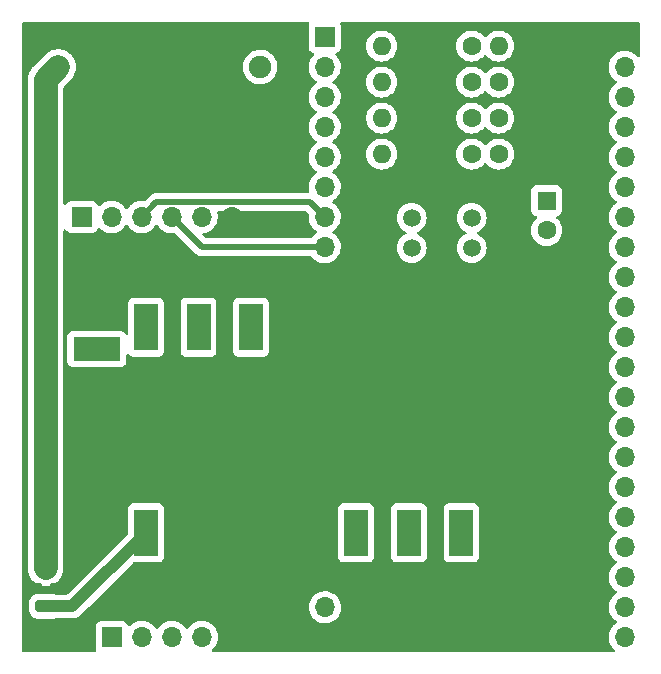
<source format=gbr>
G04 #@! TF.GenerationSoftware,KiCad,Pcbnew,6.0.9+dfsg-1*
G04 #@! TF.CreationDate,2023-03-25T11:37:49-04:00*
G04 #@! TF.ProjectId,fox,666f782e-6b69-4636-9164-5f7063625858,v3.1*
G04 #@! TF.SameCoordinates,Original*
G04 #@! TF.FileFunction,Copper,L2,Bot*
G04 #@! TF.FilePolarity,Positive*
%FSLAX46Y46*%
G04 Gerber Fmt 4.6, Leading zero omitted, Abs format (unit mm)*
G04 Created by KiCad (PCBNEW 6.0.9+dfsg-1) date 2023-03-25 11:37:49*
%MOMM*%
%LPD*%
G01*
G04 APERTURE LIST*
G04 Aperture macros list*
%AMRoundRect*
0 Rectangle with rounded corners*
0 $1 Rounding radius*
0 $2 $3 $4 $5 $6 $7 $8 $9 X,Y pos of 4 corners*
0 Add a 4 corners polygon primitive as box body*
4,1,4,$2,$3,$4,$5,$6,$7,$8,$9,$2,$3,0*
0 Add four circle primitives for the rounded corners*
1,1,$1+$1,$2,$3*
1,1,$1+$1,$4,$5*
1,1,$1+$1,$6,$7*
1,1,$1+$1,$8,$9*
0 Add four rect primitives between the rounded corners*
20,1,$1+$1,$2,$3,$4,$5,0*
20,1,$1+$1,$4,$5,$6,$7,0*
20,1,$1+$1,$6,$7,$8,$9,0*
20,1,$1+$1,$8,$9,$2,$3,0*%
G04 Aperture macros list end*
G04 #@! TA.AperFunction,ComponentPad*
%ADD10C,1.600000*%
G04 #@! TD*
G04 #@! TA.AperFunction,ComponentPad*
%ADD11O,1.600000X1.600000*%
G04 #@! TD*
G04 #@! TA.AperFunction,ComponentPad*
%ADD12C,1.905000*%
G04 #@! TD*
G04 #@! TA.AperFunction,ComponentPad*
%ADD13R,1.600000X1.600000*%
G04 #@! TD*
G04 #@! TA.AperFunction,ComponentPad*
%ADD14O,1.700000X1.700000*%
G04 #@! TD*
G04 #@! TA.AperFunction,ComponentPad*
%ADD15R,1.700000X1.700000*%
G04 #@! TD*
G04 #@! TA.AperFunction,ComponentPad*
%ADD16R,1.500000X1.500000*%
G04 #@! TD*
G04 #@! TA.AperFunction,ComponentPad*
%ADD17C,1.500000*%
G04 #@! TD*
G04 #@! TA.AperFunction,SMDPad,CuDef*
%ADD18RoundRect,0.249600X0.650400X-0.270400X0.650400X0.270400X-0.650400X0.270400X-0.650400X-0.270400X0*%
G04 #@! TD*
G04 #@! TA.AperFunction,SMDPad,CuDef*
%ADD19RoundRect,0.152500X0.470000X-0.152500X0.470000X0.152500X-0.470000X0.152500X-0.470000X-0.152500X0*%
G04 #@! TD*
G04 #@! TA.AperFunction,ComponentPad*
%ADD20C,0.610000*%
G04 #@! TD*
G04 #@! TA.AperFunction,SMDPad,CuDef*
%ADD21R,2.000000X4.000000*%
G04 #@! TD*
G04 #@! TA.AperFunction,SMDPad,CuDef*
%ADD22R,4.000000X2.000000*%
G04 #@! TD*
G04 #@! TA.AperFunction,ViaPad*
%ADD23C,0.685800*%
G04 #@! TD*
G04 #@! TA.AperFunction,Conductor*
%ADD24C,2.000000*%
G04 #@! TD*
G04 #@! TA.AperFunction,Conductor*
%ADD25C,0.500000*%
G04 #@! TD*
G04 #@! TA.AperFunction,Conductor*
%ADD26C,1.000000*%
G04 #@! TD*
G04 APERTURE END LIST*
D10*
G04 #@! TO.P,R2,1*
G04 #@! TO.N,GNDREF*
X153162000Y-69850000D03*
D11*
G04 #@! TO.P,R2,2*
G04 #@! TO.N,Net-(C1-Pad1)*
X145542000Y-69850000D03*
G04 #@! TD*
D10*
G04 #@! TO.P,R3,1*
G04 #@! TO.N,Net-(Q1-Pad2)*
X143256000Y-72898000D03*
D11*
G04 #@! TO.P,R3,2*
G04 #@! TO.N,PTT*
X135636000Y-72898000D03*
G04 #@! TD*
D10*
G04 #@! TO.P,R4,1*
G04 #@! TO.N,Net-(Q1-Pad2)*
X145542000Y-72898000D03*
D11*
G04 #@! TO.P,R4,2*
G04 #@! TO.N,GNDREF*
X153162000Y-72898000D03*
G04 #@! TD*
D10*
G04 #@! TO.P,R5,1*
G04 #@! TO.N,Net-(R5-Pad1)*
X143256000Y-75946000D03*
D11*
G04 #@! TO.P,R5,2*
G04 #@! TO.N,PD*
X135636000Y-75946000D03*
G04 #@! TD*
D10*
G04 #@! TO.P,R7,1*
G04 #@! TO.N,Net-(Q2-Pad2)*
X143256000Y-78994000D03*
D11*
G04 #@! TO.P,R7,2*
G04 #@! TO.N,HL*
X135636000Y-78994000D03*
G04 #@! TD*
D10*
G04 #@! TO.P,R8,1*
G04 #@! TO.N,Net-(Q2-Pad2)*
X145542000Y-78994000D03*
D11*
G04 #@! TO.P,R8,2*
G04 #@! TO.N,GNDREF*
X153162000Y-78994000D03*
G04 #@! TD*
D10*
G04 #@! TO.P,R1,1*
G04 #@! TO.N,Net-(C1-Pad1)*
X143256000Y-69850000D03*
D11*
G04 #@! TO.P,R1,2*
G04 #@! TO.N,MIC*
X135636000Y-69850000D03*
G04 #@! TD*
D10*
G04 #@! TO.P,R6,1*
G04 #@! TO.N,Net-(R5-Pad1)*
X145542000Y-75946000D03*
D11*
G04 #@! TO.P,R6,2*
G04 #@! TO.N,GNDREF*
X153162000Y-75946000D03*
G04 #@! TD*
D12*
G04 #@! TO.P,J2,1,Pin_1*
G04 #@! TO.N,+5V*
X125349000Y-71628000D03*
G04 #@! TO.P,J2,2,Pin_2*
G04 #@! TO.N,GNDREF*
X120349000Y-71628000D03*
G04 #@! TD*
D13*
G04 #@! TO.P,C1,1*
G04 #@! TO.N,Net-(C1-Pad1)*
X149606000Y-82945088D03*
D10*
G04 #@! TO.P,C1,2*
G04 #@! TO.N,Net-(C1-Pad2)*
X149606000Y-85445088D03*
G04 #@! TD*
D14*
G04 #@! TO.P,Conn3,5v0,5V*
G04 #@! TO.N,+5V*
X130835000Y-117368000D03*
G04 #@! TO.P,Conn3,GND,GND*
G04 #@! TO.N,GNDREF*
X130835000Y-119908000D03*
G04 #@! TD*
D15*
G04 #@! TO.P,Conn1,1,3V3*
G04 #@! TO.N,unconnected-(Conn1-Pad1)*
X130810000Y-69088000D03*
D14*
G04 #@! TO.P,Conn1,2,GPIO0*
G04 #@! TO.N,unconnected-(Conn1-Pad2)*
X130810000Y-71628000D03*
G04 #@! TO.P,Conn1,3,GPIO1*
G04 #@! TO.N,MIC*
X130810000Y-74168000D03*
G04 #@! TO.P,Conn1,4,GPIO2*
G04 #@! TO.N,PTT*
X130810000Y-76708000D03*
G04 #@! TO.P,Conn1,5,GPIO3*
G04 #@! TO.N,PD*
X130810000Y-79248000D03*
G04 #@! TO.P,Conn1,6,GPIO4*
G04 #@! TO.N,HL*
X130810000Y-81788000D03*
G04 #@! TO.P,Conn1,7,GPIO5*
G04 #@! TO.N,SCL*
X130810000Y-84328000D03*
G04 #@! TO.P,Conn1,8,GPIO6*
G04 #@! TO.N,SDA*
X130810000Y-86868000D03*
G04 #@! TD*
D16*
G04 #@! TO.P,Q1,1,S*
G04 #@! TO.N,GNDREF*
X138176000Y-81864200D03*
D17*
G04 #@! TO.P,Q1,2,G*
G04 #@! TO.N,Net-(Q1-Pad2)*
X138176000Y-84404200D03*
G04 #@! TO.P,Q1,3,D*
G04 #@! TO.N,Net-(Q1-Pad3)*
X138176000Y-86944200D03*
G04 #@! TD*
D16*
G04 #@! TO.P,Q2,1,S*
G04 #@! TO.N,GNDREF*
X143256000Y-81864200D03*
D17*
G04 #@! TO.P,Q2,2,G*
G04 #@! TO.N,Net-(Q2-Pad2)*
X143256000Y-84404200D03*
G04 #@! TO.P,Q2,3,D*
G04 #@! TO.N,Net-(Q2-Pad3)*
X143256000Y-86944200D03*
G04 #@! TD*
D12*
G04 #@! TO.P,J1,1,Pin_1*
G04 #@! TO.N,GNDREF*
X113247800Y-71628000D03*
G04 #@! TO.P,J1,2,Pin_2*
G04 #@! TO.N,Net-(FL1-Pad3)*
X108247800Y-71628000D03*
G04 #@! TD*
D15*
G04 #@! TO.P,Conn2,1,GND*
G04 #@! TO.N,GNDREF*
X156210000Y-69088000D03*
D14*
G04 #@! TO.P,Conn2,2,RST*
G04 #@! TO.N,unconnected-(Conn2-Pad2)*
X156210000Y-71628000D03*
G04 #@! TO.P,Conn2,3,LOG*
G04 #@! TO.N,unconnected-(Conn2-Pad3)*
X156210000Y-74168000D03*
G04 #@! TO.P,Conn2,4,VSPI*
G04 #@! TO.N,unconnected-(Conn2-Pad4)*
X156210000Y-76708000D03*
G04 #@! TO.P,Conn2,5,RX*
G04 #@! TO.N,unconnected-(Conn2-Pad5)*
X156210000Y-79248000D03*
G04 #@! TO.P,Conn2,6,TX*
G04 #@! TO.N,unconnected-(Conn2-Pad6)*
X156210000Y-81788000D03*
G04 #@! TO.P,Conn2,7,GPIO42*
G04 #@! TO.N,unconnected-(Conn2-Pad7)*
X156210000Y-84328000D03*
G04 #@! TO.P,Conn2,8,GPIO41*
G04 #@! TO.N,unconnected-(Conn2-Pad8)*
X156210000Y-86868000D03*
G04 #@! TO.P,Conn2,9,GPIO40*
G04 #@! TO.N,unconnected-(Conn2-Pad9)*
X156210000Y-89408000D03*
G04 #@! TO.P,Conn2,10,GPIO39*
G04 #@! TO.N,unconnected-(Conn2-Pad10)*
X156210000Y-91948000D03*
G04 #@! TO.P,Conn2,11,GPIO38*
G04 #@! TO.N,unconnected-(Conn2-Pad11)*
X156210000Y-94488000D03*
G04 #@! TO.P,Conn2,12,GPIO37*
G04 #@! TO.N,unconnected-(Conn2-Pad12)*
X156210000Y-97028000D03*
G04 #@! TO.P,Conn2,13,GPIO36*
G04 #@! TO.N,unconnected-(Conn2-Pad13)*
X156210000Y-99568000D03*
G04 #@! TO.P,Conn2,14,GPIO35*
G04 #@! TO.N,unconnected-(Conn2-Pad14)*
X156210000Y-102108000D03*
G04 #@! TO.P,Conn2,15,GPIO34*
G04 #@! TO.N,RX*
X156210000Y-104648000D03*
G04 #@! TO.P,Conn2,16,GPIO33*
G04 #@! TO.N,TX*
X156210000Y-107188000D03*
G04 #@! TO.P,Conn2,17,PSRAM*
G04 #@! TO.N,unconnected-(Conn2-Pad17)*
X156210000Y-109728000D03*
G04 #@! TO.P,Conn2,18,GPIO21*
G04 #@! TO.N,unconnected-(Conn2-Pad18)*
X156210000Y-112268000D03*
G04 #@! TO.P,Conn2,19,GPIO20*
G04 #@! TO.N,unconnected-(Conn2-Pad19)*
X156210000Y-114808000D03*
G04 #@! TO.P,Conn2,20,GPIO19*
G04 #@! TO.N,unconnected-(Conn2-Pad20)*
X156210000Y-117348000D03*
G04 #@! TO.P,Conn2,21,LED*
G04 #@! TO.N,unconnected-(Conn2-Pad21)*
X156210000Y-119888000D03*
G04 #@! TD*
G04 #@! TO.P,RTC1,*
G04 #@! TO.N,*
X120406000Y-119888000D03*
X117866000Y-119888000D03*
D15*
X112786000Y-119888000D03*
D14*
X115326000Y-119888000D03*
D15*
G04 #@! TO.P,RTC1,1,32KHZ*
G04 #@! TO.N,unconnected-(RTC1-Pad1)*
X110236000Y-84328000D03*
D14*
G04 #@! TO.P,RTC1,2,~{INT}/SQW*
G04 #@! TO.N,unconnected-(RTC1-Pad2)*
X112776000Y-84328000D03*
G04 #@! TO.P,RTC1,3,SCL*
G04 #@! TO.N,SCL*
X115316000Y-84328000D03*
G04 #@! TO.P,RTC1,4,SDA*
G04 #@! TO.N,SDA*
X117856000Y-84328000D03*
G04 #@! TO.P,RTC1,5,VCC*
G04 #@! TO.N,+5V*
X120396000Y-84328000D03*
G04 #@! TO.P,RTC1,6,GND*
G04 #@! TO.N,GNDREF*
X122936000Y-84328000D03*
G04 #@! TD*
D18*
G04 #@! TO.P,FL1,1,IN*
G04 #@! TO.N,Net-(FL1-Pad1)*
X107188000Y-117296000D03*
D19*
G04 #@! TO.P,FL1,2,GND*
G04 #@! TO.N,GNDREF*
X106260500Y-115671000D03*
D20*
X106083000Y-115671000D03*
D18*
G04 #@! TO.P,FL1,3,OUT*
G04 #@! TO.N,Net-(FL1-Pad3)*
X107188000Y-114046000D03*
D20*
G04 #@! TO.P,FL1,4,GND*
G04 #@! TO.N,GNDREF*
X108293000Y-115671000D03*
D19*
X108115500Y-115671000D03*
G04 #@! TD*
D21*
G04 #@! TO.P,U1,5,PTT*
G04 #@! TO.N,Net-(Q1-Pad3)*
X124582000Y-93662000D03*
G04 #@! TO.P,U1,6,PD*
G04 #@! TO.N,Net-(R5-Pad1)*
X120132000Y-93662000D03*
G04 #@! TO.P,U1,7,H/L*
G04 #@! TO.N,Net-(Q2-Pad3)*
X115682000Y-93662000D03*
D22*
G04 #@! TO.P,U1,8,VDD*
G04 #@! TO.N,+5V*
X111506000Y-95504000D03*
G04 #@! TO.P,U1,9,GND*
G04 #@! TO.N,GNDREF*
X111506000Y-100076000D03*
G04 #@! TO.P,U1,10,GND*
X111506000Y-104648000D03*
D21*
G04 #@! TO.P,U1,12,ANT*
G04 #@! TO.N,Net-(FL1-Pad1)*
X115682000Y-111062000D03*
G04 #@! TO.P,U1,16,RXD*
G04 #@! TO.N,TX*
X133482000Y-111062000D03*
G04 #@! TO.P,U1,17,TXD*
G04 #@! TO.N,RX*
X137932000Y-111062000D03*
G04 #@! TO.P,U1,18,MIC_IN*
G04 #@! TO.N,Net-(C1-Pad2)*
X142382000Y-111062000D03*
G04 #@! TD*
D23*
G04 #@! TO.N,Net-(C1-Pad2)*
X142382000Y-111062000D03*
G04 #@! TO.N,TX*
X133482000Y-111062000D03*
G04 #@! TO.N,RX*
X137932000Y-111062000D03*
G04 #@! TO.N,+5V*
X111506000Y-95504000D03*
G04 #@! TO.N,Net-(Q1-Pad3)*
X124582000Y-93662000D03*
G04 #@! TO.N,Net-(Q2-Pad3)*
X115682000Y-93662000D03*
G04 #@! TO.N,Net-(R5-Pad1)*
X120132000Y-93662000D03*
G04 #@! TO.N,GNDREF*
X139192000Y-71628000D03*
X120904000Y-69342000D03*
X110744000Y-69342000D03*
X117348000Y-98298000D03*
X113284000Y-69342000D03*
X145034000Y-108458000D03*
X110744000Y-76200000D03*
X134874000Y-82296000D03*
X153416000Y-116586000D03*
X138938000Y-118364000D03*
X128270000Y-80010000D03*
X127762000Y-85090000D03*
X114046000Y-86360000D03*
X138684000Y-92456000D03*
X119634000Y-112268000D03*
X130302000Y-111506000D03*
X149860000Y-70358000D03*
X145034000Y-112776000D03*
X153162000Y-100584000D03*
X122936000Y-110744000D03*
X115824000Y-73660000D03*
X128016000Y-115570000D03*
X115316000Y-102870000D03*
X107696000Y-119634000D03*
X143764000Y-118364000D03*
X153162000Y-81534000D03*
X110998000Y-107950000D03*
X153162000Y-96520000D03*
X125730000Y-106172000D03*
X110744000Y-73660000D03*
X120904000Y-73660000D03*
X144526000Y-96774000D03*
X117856000Y-90424000D03*
X114300000Y-116078000D03*
X153416000Y-113030000D03*
X115824000Y-69342000D03*
X113284000Y-76200000D03*
X120904000Y-76200000D03*
X127762000Y-89154000D03*
X123444000Y-76200000D03*
X110998000Y-112268000D03*
X140716000Y-94488000D03*
X153162000Y-92456000D03*
X151892000Y-106172000D03*
X118364000Y-73660000D03*
X118364000Y-76200000D03*
X134874000Y-90424000D03*
X123444000Y-73660000D03*
X123444000Y-69342000D03*
X118364000Y-69342000D03*
X114046000Y-82042000D03*
X153162000Y-88138000D03*
X113284000Y-73660000D03*
X147828000Y-77470000D03*
G04 #@! TD*
D24*
G04 #@! TO.N,Net-(FL1-Pad3)*
X107188000Y-114046000D02*
X107188000Y-72687800D01*
X107188000Y-72687800D02*
X108247800Y-71628000D01*
D25*
G04 #@! TO.N,SCL*
X116568400Y-83075600D02*
X115316000Y-84328000D01*
X130810000Y-84328000D02*
X129557600Y-83075600D01*
X129557600Y-83075600D02*
X116568400Y-83075600D01*
G04 #@! TO.N,SDA*
X130810000Y-86868000D02*
X120396000Y-86868000D01*
X120396000Y-86868000D02*
X117856000Y-84328000D01*
D26*
G04 #@! TO.N,Net-(FL1-Pad1)*
X107188000Y-117296000D02*
X109448000Y-117296000D01*
X109448000Y-117296000D02*
X115682000Y-111062000D01*
G04 #@! TD*
G04 #@! TA.AperFunction,Conductor*
G04 #@! TO.N,GNDREF*
G36*
X129460928Y-67838502D02*
G01*
X129507421Y-67892158D01*
X129517525Y-67962432D01*
X129508067Y-67990801D01*
X129509385Y-67991295D01*
X129458255Y-68127684D01*
X129451500Y-68189866D01*
X129451500Y-69986134D01*
X129458255Y-70048316D01*
X129509385Y-70184705D01*
X129596739Y-70301261D01*
X129713295Y-70388615D01*
X129721704Y-70391767D01*
X129721705Y-70391768D01*
X129830451Y-70432535D01*
X129887216Y-70475176D01*
X129911916Y-70541738D01*
X129896709Y-70611087D01*
X129877316Y-70637568D01*
X129823102Y-70694300D01*
X129750629Y-70770138D01*
X129747715Y-70774410D01*
X129747714Y-70774411D01*
X129694581Y-70852301D01*
X129624743Y-70954680D01*
X129609498Y-70987523D01*
X129533700Y-71150817D01*
X129530688Y-71157305D01*
X129470989Y-71372570D01*
X129447251Y-71594695D01*
X129447548Y-71599848D01*
X129447548Y-71599851D01*
X129453011Y-71694590D01*
X129460110Y-71817715D01*
X129461247Y-71822761D01*
X129461248Y-71822767D01*
X129476806Y-71891802D01*
X129509222Y-72035639D01*
X129593266Y-72242616D01*
X129644019Y-72325438D01*
X129686842Y-72395318D01*
X129709987Y-72433088D01*
X129856250Y-72601938D01*
X130028126Y-72744632D01*
X130098595Y-72785811D01*
X130101445Y-72787476D01*
X130150169Y-72839114D01*
X130163240Y-72908897D01*
X130136509Y-72974669D01*
X130096055Y-73008027D01*
X130083607Y-73014507D01*
X130079474Y-73017610D01*
X130079471Y-73017612D01*
X129934996Y-73126087D01*
X129904965Y-73148635D01*
X129750629Y-73310138D01*
X129747715Y-73314410D01*
X129747714Y-73314411D01*
X129725318Y-73347243D01*
X129624743Y-73494680D01*
X129577715Y-73595993D01*
X129541170Y-73674724D01*
X129530688Y-73697305D01*
X129470989Y-73912570D01*
X129447251Y-74134695D01*
X129447548Y-74139848D01*
X129447548Y-74139851D01*
X129453011Y-74234590D01*
X129460110Y-74357715D01*
X129461247Y-74362761D01*
X129461248Y-74362767D01*
X129481119Y-74450939D01*
X129509222Y-74575639D01*
X129593266Y-74782616D01*
X129595965Y-74787020D01*
X129687654Y-74936643D01*
X129709987Y-74973088D01*
X129856250Y-75141938D01*
X130028126Y-75284632D01*
X130098595Y-75325811D01*
X130101445Y-75327476D01*
X130150169Y-75379114D01*
X130163240Y-75448897D01*
X130136509Y-75514669D01*
X130096055Y-75548027D01*
X130083607Y-75554507D01*
X130079474Y-75557610D01*
X130079471Y-75557612D01*
X130055247Y-75575800D01*
X129904965Y-75688635D01*
X129750629Y-75850138D01*
X129747715Y-75854410D01*
X129747714Y-75854411D01*
X129688971Y-75940525D01*
X129624743Y-76034680D01*
X129609003Y-76068590D01*
X129557566Y-76179402D01*
X129530688Y-76237305D01*
X129470989Y-76452570D01*
X129447251Y-76674695D01*
X129447548Y-76679848D01*
X129447548Y-76679851D01*
X129454141Y-76794197D01*
X129460110Y-76897715D01*
X129461247Y-76902761D01*
X129461248Y-76902767D01*
X129471510Y-76948301D01*
X129509222Y-77115639D01*
X129593266Y-77322616D01*
X129709987Y-77513088D01*
X129856250Y-77681938D01*
X130028126Y-77824632D01*
X130088025Y-77859634D01*
X130101445Y-77867476D01*
X130150169Y-77919114D01*
X130163240Y-77988897D01*
X130136509Y-78054669D01*
X130096055Y-78088027D01*
X130083607Y-78094507D01*
X130079474Y-78097610D01*
X130079471Y-78097612D01*
X129909100Y-78225530D01*
X129904965Y-78228635D01*
X129750629Y-78390138D01*
X129747715Y-78394410D01*
X129747714Y-78394411D01*
X129662556Y-78519249D01*
X129624743Y-78574680D01*
X129530688Y-78777305D01*
X129470989Y-78992570D01*
X129447251Y-79214695D01*
X129447548Y-79219848D01*
X129447548Y-79219851D01*
X129453011Y-79314590D01*
X129460110Y-79437715D01*
X129461247Y-79442761D01*
X129461248Y-79442767D01*
X129481119Y-79530939D01*
X129509222Y-79655639D01*
X129593266Y-79862616D01*
X129709987Y-80053088D01*
X129856250Y-80221938D01*
X130028126Y-80364632D01*
X130098595Y-80405811D01*
X130101445Y-80407476D01*
X130150169Y-80459114D01*
X130163240Y-80528897D01*
X130136509Y-80594669D01*
X130096055Y-80628027D01*
X130083607Y-80634507D01*
X130079474Y-80637610D01*
X130079471Y-80637612D01*
X130055247Y-80655800D01*
X129904965Y-80768635D01*
X129750629Y-80930138D01*
X129747715Y-80934410D01*
X129747714Y-80934411D01*
X129662556Y-81059249D01*
X129624743Y-81114680D01*
X129530688Y-81317305D01*
X129470989Y-81532570D01*
X129447251Y-81754695D01*
X129447548Y-81759848D01*
X129447548Y-81759851D01*
X129455536Y-81898383D01*
X129460110Y-81977715D01*
X129461247Y-81982761D01*
X129461248Y-81982767D01*
X129501956Y-82163399D01*
X129497420Y-82234251D01*
X129455298Y-82291402D01*
X129388965Y-82316708D01*
X129379039Y-82317100D01*
X116635470Y-82317100D01*
X116616520Y-82315667D01*
X116602285Y-82313501D01*
X116602281Y-82313501D01*
X116595051Y-82312401D01*
X116587759Y-82312994D01*
X116587756Y-82312994D01*
X116542382Y-82316685D01*
X116532167Y-82317100D01*
X116524107Y-82317100D01*
X116510817Y-82318649D01*
X116495893Y-82320389D01*
X116491518Y-82320822D01*
X116426061Y-82326146D01*
X116426058Y-82326147D01*
X116418763Y-82326740D01*
X116411799Y-82328996D01*
X116405840Y-82330187D01*
X116399985Y-82331571D01*
X116392719Y-82332418D01*
X116324073Y-82357335D01*
X116319945Y-82358752D01*
X116257464Y-82378993D01*
X116257462Y-82378994D01*
X116250501Y-82381249D01*
X116244246Y-82385045D01*
X116238772Y-82387551D01*
X116233342Y-82390270D01*
X116226463Y-82392767D01*
X116220343Y-82396780D01*
X116220342Y-82396780D01*
X116165424Y-82432786D01*
X116161720Y-82435123D01*
X116099293Y-82473005D01*
X116090916Y-82480403D01*
X116090892Y-82480376D01*
X116087900Y-82483029D01*
X116084667Y-82485732D01*
X116078548Y-82489744D01*
X116073516Y-82495056D01*
X116025272Y-82545983D01*
X116022894Y-82548425D01*
X115623296Y-82948023D01*
X115560984Y-82982049D01*
X115512105Y-82982975D01*
X115444284Y-82970894D01*
X115370452Y-82969992D01*
X115226081Y-82968228D01*
X115226079Y-82968228D01*
X115220911Y-82968165D01*
X115000091Y-83001955D01*
X114787756Y-83071357D01*
X114757443Y-83087137D01*
X114618232Y-83159606D01*
X114589607Y-83174507D01*
X114585474Y-83177610D01*
X114585471Y-83177612D01*
X114417905Y-83303424D01*
X114410965Y-83308635D01*
X114371203Y-83350243D01*
X114299729Y-83425037D01*
X114256629Y-83470138D01*
X114149201Y-83627621D01*
X114094293Y-83672621D01*
X114023768Y-83680792D01*
X113960021Y-83649538D01*
X113939324Y-83625054D01*
X113858822Y-83500617D01*
X113858820Y-83500614D01*
X113856014Y-83496277D01*
X113705670Y-83331051D01*
X113701619Y-83327852D01*
X113701615Y-83327848D01*
X113534414Y-83195800D01*
X113534410Y-83195798D01*
X113530359Y-83192598D01*
X113334789Y-83084638D01*
X113329920Y-83082914D01*
X113329916Y-83082912D01*
X113129087Y-83011795D01*
X113129083Y-83011794D01*
X113124212Y-83010069D01*
X113119119Y-83009162D01*
X113119116Y-83009161D01*
X112909373Y-82971800D01*
X112909367Y-82971799D01*
X112904284Y-82970894D01*
X112830452Y-82969992D01*
X112686081Y-82968228D01*
X112686079Y-82968228D01*
X112680911Y-82968165D01*
X112460091Y-83001955D01*
X112247756Y-83071357D01*
X112217443Y-83087137D01*
X112078232Y-83159606D01*
X112049607Y-83174507D01*
X112045474Y-83177610D01*
X112045471Y-83177612D01*
X111877905Y-83303424D01*
X111870965Y-83308635D01*
X111814537Y-83367684D01*
X111790283Y-83393064D01*
X111728759Y-83428494D01*
X111657846Y-83425037D01*
X111600060Y-83383791D01*
X111581207Y-83350243D01*
X111539767Y-83239703D01*
X111536615Y-83231295D01*
X111449261Y-83114739D01*
X111332705Y-83027385D01*
X111196316Y-82976255D01*
X111134134Y-82969500D01*
X109337866Y-82969500D01*
X109275684Y-82976255D01*
X109139295Y-83027385D01*
X109022739Y-83114739D01*
X109017358Y-83121919D01*
X108940771Y-83224109D01*
X108935385Y-83231295D01*
X108932624Y-83238660D01*
X108882760Y-83288411D01*
X108813369Y-83303424D01*
X108746877Y-83278538D01*
X108704394Y-83221654D01*
X108696500Y-83177755D01*
X108696500Y-73364831D01*
X108716502Y-73296710D01*
X108733405Y-73275736D01*
X109357605Y-72651536D01*
X109367541Y-72639862D01*
X109446797Y-72546736D01*
X109475271Y-72513280D01*
X109478898Y-72507292D01*
X109598398Y-72309973D01*
X109601021Y-72305642D01*
X109616529Y-72267260D01*
X109690059Y-72085267D01*
X109690060Y-72085264D01*
X109691956Y-72080571D01*
X109735560Y-71888643D01*
X109744614Y-71848790D01*
X109744614Y-71848788D01*
X109745735Y-71843855D01*
X109746568Y-71830624D01*
X109760660Y-71606641D01*
X109760978Y-71601587D01*
X109760056Y-71592182D01*
X123883431Y-71592182D01*
X123883728Y-71597335D01*
X123883728Y-71597338D01*
X123895336Y-71798667D01*
X123897260Y-71832029D01*
X123898397Y-71837075D01*
X123898398Y-71837081D01*
X123921097Y-71937804D01*
X123950077Y-72066396D01*
X123952019Y-72071178D01*
X123952020Y-72071182D01*
X124036963Y-72280370D01*
X124040463Y-72288990D01*
X124165991Y-72493832D01*
X124323289Y-72675422D01*
X124508133Y-72828883D01*
X124715559Y-72950093D01*
X124720379Y-72951933D01*
X124720384Y-72951936D01*
X124827749Y-72992934D01*
X124939997Y-73035797D01*
X124945063Y-73036828D01*
X124945064Y-73036828D01*
X125001391Y-73048288D01*
X125175419Y-73083694D01*
X125310427Y-73088645D01*
X125410338Y-73092309D01*
X125410342Y-73092309D01*
X125415502Y-73092498D01*
X125420622Y-73091842D01*
X125420624Y-73091842D01*
X125496189Y-73082162D01*
X125653800Y-73061971D01*
X125658751Y-73060486D01*
X125658754Y-73060485D01*
X125878962Y-72994419D01*
X125878961Y-72994419D01*
X125883912Y-72992934D01*
X126099658Y-72887241D01*
X126141581Y-72857338D01*
X126291042Y-72750728D01*
X126295245Y-72747730D01*
X126301671Y-72741327D01*
X126461760Y-72581795D01*
X126465420Y-72578148D01*
X126605613Y-72383049D01*
X126712059Y-72167673D01*
X126732112Y-72101670D01*
X126780395Y-71942756D01*
X126780396Y-71942750D01*
X126781899Y-71937804D01*
X126813257Y-71699614D01*
X126813940Y-71671662D01*
X126814925Y-71631365D01*
X126814925Y-71631361D01*
X126815007Y-71628000D01*
X126795322Y-71388563D01*
X126736794Y-71155556D01*
X126664743Y-70989849D01*
X126643057Y-70939974D01*
X126643055Y-70939971D01*
X126640997Y-70935237D01*
X126553907Y-70800617D01*
X126513310Y-70737863D01*
X126513308Y-70737860D01*
X126510502Y-70733523D01*
X126348814Y-70555830D01*
X126268748Y-70492598D01*
X126164330Y-70410133D01*
X126164325Y-70410130D01*
X126160276Y-70406932D01*
X126155760Y-70404439D01*
X126155757Y-70404437D01*
X125954474Y-70293323D01*
X125954470Y-70293321D01*
X125949950Y-70290826D01*
X125945081Y-70289102D01*
X125945077Y-70289100D01*
X125728360Y-70212356D01*
X125728356Y-70212355D01*
X125723485Y-70210630D01*
X125718392Y-70209723D01*
X125718389Y-70209722D01*
X125492052Y-70169405D01*
X125492046Y-70169404D01*
X125486963Y-70168499D01*
X125399600Y-70167432D01*
X125251907Y-70165627D01*
X125251905Y-70165627D01*
X125246737Y-70165564D01*
X125009256Y-70201904D01*
X124897003Y-70238594D01*
X124785817Y-70274934D01*
X124785811Y-70274937D01*
X124780899Y-70276542D01*
X124776313Y-70278929D01*
X124776309Y-70278931D01*
X124594171Y-70373747D01*
X124567800Y-70387475D01*
X124563657Y-70390585D01*
X124563658Y-70390585D01*
X124384769Y-70524899D01*
X124375680Y-70531723D01*
X124308520Y-70602002D01*
X124214469Y-70700421D01*
X124209699Y-70705412D01*
X124074314Y-70903878D01*
X124072140Y-70908561D01*
X124072138Y-70908565D01*
X123989912Y-71085707D01*
X123973163Y-71121790D01*
X123908960Y-71353298D01*
X123883431Y-71592182D01*
X109760056Y-71592182D01*
X109737290Y-71359998D01*
X109735520Y-71353298D01*
X109676573Y-71130192D01*
X109676571Y-71130186D01*
X109675281Y-71125304D01*
X109576547Y-70903544D01*
X109511110Y-70803546D01*
X109446400Y-70704658D01*
X109446398Y-70704655D01*
X109443627Y-70700421D01*
X109394235Y-70646330D01*
X109283354Y-70524899D01*
X109283350Y-70524895D01*
X109279942Y-70521163D01*
X109255464Y-70501762D01*
X109093669Y-70373525D01*
X109093667Y-70373524D01*
X109089702Y-70370381D01*
X109085289Y-70367914D01*
X109085285Y-70367912D01*
X108882216Y-70254420D01*
X108882212Y-70254418D01*
X108877803Y-70251954D01*
X108738144Y-70201122D01*
X108654458Y-70170662D01*
X108654451Y-70170660D01*
X108649695Y-70168929D01*
X108411247Y-70123444D01*
X108248424Y-70118896D01*
X108173650Y-70116807D01*
X108173647Y-70116807D01*
X108168595Y-70116666D01*
X108163582Y-70117335D01*
X108163580Y-70117335D01*
X107932994Y-70148101D01*
X107927980Y-70148770D01*
X107923139Y-70150232D01*
X107923137Y-70150232D01*
X107700443Y-70217467D01*
X107700439Y-70217469D01*
X107695592Y-70218932D01*
X107477412Y-70325346D01*
X107408800Y-70373747D01*
X107305667Y-70446500D01*
X107279053Y-70465274D01*
X107257550Y-70484909D01*
X106138334Y-71604125D01*
X106135812Y-71606579D01*
X106072935Y-71666039D01*
X106063319Y-71675132D01*
X106042062Y-71702935D01*
X106015592Y-71737557D01*
X106011448Y-71742692D01*
X105960530Y-71802520D01*
X105957911Y-71806845D01*
X105957907Y-71806850D01*
X105943509Y-71830624D01*
X105935837Y-71841871D01*
X105915880Y-71867974D01*
X105913490Y-71872432D01*
X105913489Y-71872433D01*
X105878761Y-71937201D01*
X105875496Y-71942926D01*
X105834779Y-72010158D01*
X105822473Y-72040617D01*
X105816693Y-72052958D01*
X105801169Y-72081909D01*
X105799523Y-72086690D01*
X105799521Y-72086694D01*
X105775588Y-72156201D01*
X105773278Y-72162379D01*
X105743845Y-72235229D01*
X105742723Y-72240168D01*
X105736568Y-72267260D01*
X105732837Y-72280359D01*
X105722138Y-72311431D01*
X105708757Y-72388900D01*
X105707477Y-72395304D01*
X105690065Y-72471944D01*
X105688001Y-72504753D01*
X105686415Y-72518253D01*
X105680821Y-72550636D01*
X105680641Y-72554593D01*
X105680641Y-72554596D01*
X105679572Y-72578148D01*
X105679500Y-72579725D01*
X105679500Y-72635908D01*
X105679251Y-72643819D01*
X105674822Y-72714213D01*
X105675316Y-72719248D01*
X105678899Y-72755792D01*
X105679500Y-72768088D01*
X105679500Y-114107001D01*
X105679702Y-114109509D01*
X105679702Y-114109514D01*
X105685943Y-114187074D01*
X105694060Y-114287965D01*
X105751963Y-114523706D01*
X105753938Y-114528358D01*
X105753939Y-114528362D01*
X105804343Y-114647106D01*
X105846812Y-114747156D01*
X105976167Y-114952567D01*
X105979512Y-114956361D01*
X106133350Y-115130858D01*
X106133353Y-115130861D01*
X106136698Y-115134655D01*
X106140606Y-115137865D01*
X106140607Y-115137866D01*
X106247242Y-115225456D01*
X106324278Y-115288734D01*
X106534078Y-115410841D01*
X106538801Y-115412654D01*
X106755978Y-115496020D01*
X106755982Y-115496021D01*
X106760702Y-115497833D01*
X106765652Y-115498867D01*
X106765655Y-115498868D01*
X106993369Y-115546440D01*
X106993373Y-115546440D01*
X106998320Y-115547474D01*
X107240817Y-115558486D01*
X107245837Y-115557905D01*
X107245841Y-115557905D01*
X107476929Y-115531167D01*
X107476933Y-115531166D01*
X107481956Y-115530585D01*
X107486820Y-115529209D01*
X107486823Y-115529208D01*
X107710669Y-115465866D01*
X107710668Y-115465866D01*
X107715532Y-115464490D01*
X107720108Y-115462356D01*
X107720114Y-115462354D01*
X107930954Y-115364038D01*
X107930958Y-115364036D01*
X107935536Y-115361901D01*
X108136307Y-115225456D01*
X108312681Y-115058668D01*
X108359283Y-114997715D01*
X108457047Y-114869846D01*
X108457050Y-114869842D01*
X108460120Y-114865826D01*
X108574831Y-114651891D01*
X108653862Y-114422369D01*
X108695179Y-114183164D01*
X108696500Y-114154075D01*
X108696500Y-96552134D01*
X108997500Y-96552134D01*
X109004255Y-96614316D01*
X109055385Y-96750705D01*
X109142739Y-96867261D01*
X109259295Y-96954615D01*
X109395684Y-97005745D01*
X109457866Y-97012500D01*
X113554134Y-97012500D01*
X113616316Y-97005745D01*
X113752705Y-96954615D01*
X113869261Y-96867261D01*
X113956615Y-96750705D01*
X114007745Y-96614316D01*
X114014500Y-96552134D01*
X114014500Y-95997534D01*
X114034502Y-95929413D01*
X114088158Y-95882920D01*
X114158432Y-95872816D01*
X114223012Y-95902310D01*
X114241325Y-95921968D01*
X114318739Y-96025261D01*
X114435295Y-96112615D01*
X114571684Y-96163745D01*
X114633866Y-96170500D01*
X116730134Y-96170500D01*
X116792316Y-96163745D01*
X116928705Y-96112615D01*
X117045261Y-96025261D01*
X117132615Y-95908705D01*
X117183745Y-95772316D01*
X117190500Y-95710134D01*
X118623500Y-95710134D01*
X118630255Y-95772316D01*
X118681385Y-95908705D01*
X118768739Y-96025261D01*
X118885295Y-96112615D01*
X119021684Y-96163745D01*
X119083866Y-96170500D01*
X121180134Y-96170500D01*
X121242316Y-96163745D01*
X121378705Y-96112615D01*
X121495261Y-96025261D01*
X121582615Y-95908705D01*
X121633745Y-95772316D01*
X121640500Y-95710134D01*
X123073500Y-95710134D01*
X123080255Y-95772316D01*
X123131385Y-95908705D01*
X123218739Y-96025261D01*
X123335295Y-96112615D01*
X123471684Y-96163745D01*
X123533866Y-96170500D01*
X125630134Y-96170500D01*
X125692316Y-96163745D01*
X125828705Y-96112615D01*
X125945261Y-96025261D01*
X126032615Y-95908705D01*
X126083745Y-95772316D01*
X126090500Y-95710134D01*
X126090500Y-91613866D01*
X126083745Y-91551684D01*
X126032615Y-91415295D01*
X125945261Y-91298739D01*
X125828705Y-91211385D01*
X125692316Y-91160255D01*
X125630134Y-91153500D01*
X123533866Y-91153500D01*
X123471684Y-91160255D01*
X123335295Y-91211385D01*
X123218739Y-91298739D01*
X123131385Y-91415295D01*
X123080255Y-91551684D01*
X123073500Y-91613866D01*
X123073500Y-95710134D01*
X121640500Y-95710134D01*
X121640500Y-91613866D01*
X121633745Y-91551684D01*
X121582615Y-91415295D01*
X121495261Y-91298739D01*
X121378705Y-91211385D01*
X121242316Y-91160255D01*
X121180134Y-91153500D01*
X119083866Y-91153500D01*
X119021684Y-91160255D01*
X118885295Y-91211385D01*
X118768739Y-91298739D01*
X118681385Y-91415295D01*
X118630255Y-91551684D01*
X118623500Y-91613866D01*
X118623500Y-95710134D01*
X117190500Y-95710134D01*
X117190500Y-91613866D01*
X117183745Y-91551684D01*
X117132615Y-91415295D01*
X117045261Y-91298739D01*
X116928705Y-91211385D01*
X116792316Y-91160255D01*
X116730134Y-91153500D01*
X114633866Y-91153500D01*
X114571684Y-91160255D01*
X114435295Y-91211385D01*
X114318739Y-91298739D01*
X114231385Y-91415295D01*
X114180255Y-91551684D01*
X114173500Y-91613866D01*
X114173500Y-94168466D01*
X114153498Y-94236587D01*
X114099842Y-94283080D01*
X114029568Y-94293184D01*
X113964988Y-94263690D01*
X113946674Y-94244031D01*
X113941935Y-94237707D01*
X113869261Y-94140739D01*
X113752705Y-94053385D01*
X113616316Y-94002255D01*
X113554134Y-93995500D01*
X109457866Y-93995500D01*
X109395684Y-94002255D01*
X109259295Y-94053385D01*
X109142739Y-94140739D01*
X109055385Y-94257295D01*
X109004255Y-94393684D01*
X108997500Y-94455866D01*
X108997500Y-96552134D01*
X108696500Y-96552134D01*
X108696500Y-85478245D01*
X108716502Y-85410124D01*
X108770158Y-85363631D01*
X108840432Y-85353527D01*
X108905012Y-85383021D01*
X108932557Y-85417161D01*
X108935385Y-85424705D01*
X108940769Y-85431888D01*
X108940769Y-85431889D01*
X108975511Y-85478245D01*
X109022739Y-85541261D01*
X109139295Y-85628615D01*
X109275684Y-85679745D01*
X109337866Y-85686500D01*
X111134134Y-85686500D01*
X111196316Y-85679745D01*
X111332705Y-85628615D01*
X111449261Y-85541261D01*
X111536615Y-85424705D01*
X111556309Y-85372171D01*
X111580598Y-85307382D01*
X111623240Y-85250618D01*
X111689802Y-85225918D01*
X111759150Y-85241126D01*
X111793817Y-85269114D01*
X111822250Y-85301938D01*
X111896560Y-85363631D01*
X111988081Y-85439613D01*
X111994126Y-85444632D01*
X112187000Y-85557338D01*
X112395692Y-85637030D01*
X112400760Y-85638061D01*
X112400763Y-85638062D01*
X112505466Y-85659364D01*
X112614597Y-85681567D01*
X112619772Y-85681757D01*
X112619774Y-85681757D01*
X112832673Y-85689564D01*
X112832677Y-85689564D01*
X112837837Y-85689753D01*
X112842957Y-85689097D01*
X112842959Y-85689097D01*
X113054288Y-85662025D01*
X113054289Y-85662025D01*
X113059416Y-85661368D01*
X113102924Y-85648315D01*
X113268429Y-85598661D01*
X113268434Y-85598659D01*
X113273384Y-85597174D01*
X113473994Y-85498896D01*
X113655860Y-85369173D01*
X113661422Y-85363631D01*
X113799616Y-85225918D01*
X113814096Y-85211489D01*
X113817116Y-85207287D01*
X113944453Y-85030077D01*
X113945776Y-85031028D01*
X113992645Y-84987857D01*
X114062580Y-84975625D01*
X114128026Y-85003144D01*
X114155875Y-85034994D01*
X114159165Y-85040362D01*
X114215987Y-85133088D01*
X114362250Y-85301938D01*
X114436560Y-85363631D01*
X114528081Y-85439613D01*
X114534126Y-85444632D01*
X114727000Y-85557338D01*
X114935692Y-85637030D01*
X114940760Y-85638061D01*
X114940763Y-85638062D01*
X115045466Y-85659364D01*
X115154597Y-85681567D01*
X115159772Y-85681757D01*
X115159774Y-85681757D01*
X115372673Y-85689564D01*
X115372677Y-85689564D01*
X115377837Y-85689753D01*
X115382957Y-85689097D01*
X115382959Y-85689097D01*
X115594288Y-85662025D01*
X115594289Y-85662025D01*
X115599416Y-85661368D01*
X115642924Y-85648315D01*
X115808429Y-85598661D01*
X115808434Y-85598659D01*
X115813384Y-85597174D01*
X116013994Y-85498896D01*
X116195860Y-85369173D01*
X116201422Y-85363631D01*
X116339616Y-85225918D01*
X116354096Y-85211489D01*
X116357116Y-85207287D01*
X116484453Y-85030077D01*
X116485776Y-85031028D01*
X116532645Y-84987857D01*
X116602580Y-84975625D01*
X116668026Y-85003144D01*
X116695875Y-85034994D01*
X116699165Y-85040362D01*
X116755987Y-85133088D01*
X116902250Y-85301938D01*
X116976560Y-85363631D01*
X117068081Y-85439613D01*
X117074126Y-85444632D01*
X117267000Y-85557338D01*
X117475692Y-85637030D01*
X117480760Y-85638061D01*
X117480763Y-85638062D01*
X117585466Y-85659364D01*
X117694597Y-85681567D01*
X117699772Y-85681757D01*
X117699774Y-85681757D01*
X117912673Y-85689564D01*
X117912677Y-85689564D01*
X117917837Y-85689753D01*
X118057908Y-85671809D01*
X118128017Y-85682993D01*
X118163012Y-85707693D01*
X119812230Y-87356911D01*
X119824616Y-87371323D01*
X119833149Y-87382918D01*
X119833154Y-87382923D01*
X119837492Y-87388818D01*
X119843070Y-87393557D01*
X119843073Y-87393560D01*
X119877768Y-87423035D01*
X119885284Y-87429965D01*
X119890979Y-87435660D01*
X119893861Y-87437940D01*
X119913251Y-87453281D01*
X119916655Y-87456072D01*
X119966703Y-87498591D01*
X119972285Y-87503333D01*
X119978801Y-87506661D01*
X119983838Y-87510020D01*
X119988977Y-87513194D01*
X119994716Y-87517734D01*
X120001349Y-87520834D01*
X120060837Y-87548636D01*
X120064791Y-87550569D01*
X120129808Y-87583769D01*
X120136924Y-87585510D01*
X120142554Y-87587604D01*
X120148321Y-87589523D01*
X120154950Y-87592621D01*
X120162110Y-87594110D01*
X120162112Y-87594111D01*
X120226396Y-87607482D01*
X120230680Y-87608452D01*
X120301610Y-87625808D01*
X120307212Y-87626156D01*
X120307215Y-87626156D01*
X120312764Y-87626500D01*
X120312762Y-87626536D01*
X120316752Y-87626775D01*
X120320950Y-87627150D01*
X120328115Y-87628640D01*
X120405520Y-87626546D01*
X120408928Y-87626500D01*
X129612491Y-87626500D01*
X129680612Y-87646502D01*
X129709402Y-87673595D01*
X129709987Y-87673088D01*
X129856250Y-87841938D01*
X130028126Y-87984632D01*
X130221000Y-88097338D01*
X130429692Y-88177030D01*
X130434760Y-88178061D01*
X130434763Y-88178062D01*
X130539466Y-88199364D01*
X130648597Y-88221567D01*
X130653772Y-88221757D01*
X130653774Y-88221757D01*
X130866673Y-88229564D01*
X130866677Y-88229564D01*
X130871837Y-88229753D01*
X130876957Y-88229097D01*
X130876959Y-88229097D01*
X131088288Y-88202025D01*
X131088289Y-88202025D01*
X131093416Y-88201368D01*
X131141667Y-88186892D01*
X131302429Y-88138661D01*
X131302434Y-88138659D01*
X131307384Y-88137174D01*
X131507994Y-88038896D01*
X131689860Y-87909173D01*
X131848096Y-87751489D01*
X131851116Y-87747287D01*
X131975435Y-87574277D01*
X131978453Y-87570077D01*
X131988095Y-87550569D01*
X132075136Y-87374453D01*
X132075137Y-87374451D01*
X132077430Y-87369811D01*
X132109900Y-87262940D01*
X132140865Y-87161023D01*
X132140865Y-87161021D01*
X132142370Y-87156069D01*
X132170264Y-86944200D01*
X136912693Y-86944200D01*
X136931885Y-87163571D01*
X136988880Y-87376276D01*
X136996940Y-87393560D01*
X137079618Y-87570866D01*
X137079621Y-87570871D01*
X137081944Y-87575853D01*
X137085100Y-87580360D01*
X137085101Y-87580362D01*
X137204926Y-87751489D01*
X137208251Y-87756238D01*
X137363962Y-87911949D01*
X137544346Y-88038256D01*
X137743924Y-88131320D01*
X137956629Y-88188315D01*
X138176000Y-88207507D01*
X138395371Y-88188315D01*
X138608076Y-88131320D01*
X138807654Y-88038256D01*
X138988038Y-87911949D01*
X139143749Y-87756238D01*
X139147075Y-87751489D01*
X139266899Y-87580362D01*
X139266900Y-87580360D01*
X139270056Y-87575853D01*
X139272379Y-87570871D01*
X139272382Y-87570866D01*
X139355060Y-87393560D01*
X139363120Y-87376276D01*
X139420115Y-87163571D01*
X139439307Y-86944200D01*
X141992693Y-86944200D01*
X142011885Y-87163571D01*
X142068880Y-87376276D01*
X142076940Y-87393560D01*
X142159618Y-87570866D01*
X142159621Y-87570871D01*
X142161944Y-87575853D01*
X142165100Y-87580360D01*
X142165101Y-87580362D01*
X142284926Y-87751489D01*
X142288251Y-87756238D01*
X142443962Y-87911949D01*
X142624346Y-88038256D01*
X142823924Y-88131320D01*
X143036629Y-88188315D01*
X143256000Y-88207507D01*
X143475371Y-88188315D01*
X143688076Y-88131320D01*
X143887654Y-88038256D01*
X144068038Y-87911949D01*
X144223749Y-87756238D01*
X144227075Y-87751489D01*
X144346899Y-87580362D01*
X144346900Y-87580360D01*
X144350056Y-87575853D01*
X144352379Y-87570871D01*
X144352382Y-87570866D01*
X144435060Y-87393560D01*
X144443120Y-87376276D01*
X144500115Y-87163571D01*
X144519307Y-86944200D01*
X144500115Y-86724829D01*
X144443120Y-86512124D01*
X144381773Y-86380564D01*
X144352382Y-86317534D01*
X144352379Y-86317529D01*
X144350056Y-86312547D01*
X144333840Y-86289388D01*
X144226908Y-86136673D01*
X144226906Y-86136670D01*
X144223749Y-86132162D01*
X144068038Y-85976451D01*
X143887654Y-85850144D01*
X143882672Y-85847821D01*
X143882667Y-85847818D01*
X143755232Y-85788395D01*
X143701947Y-85741478D01*
X143682486Y-85673201D01*
X143703028Y-85605241D01*
X143755232Y-85560005D01*
X143882667Y-85500582D01*
X143882672Y-85500579D01*
X143887654Y-85498256D01*
X143963585Y-85445088D01*
X148292502Y-85445088D01*
X148312457Y-85673175D01*
X148313881Y-85678488D01*
X148313881Y-85678490D01*
X148321796Y-85708027D01*
X148371716Y-85894331D01*
X148374039Y-85899312D01*
X148374039Y-85899313D01*
X148466151Y-86096850D01*
X148466154Y-86096855D01*
X148468477Y-86101837D01*
X148599802Y-86289388D01*
X148761700Y-86451286D01*
X148766208Y-86454443D01*
X148766211Y-86454445D01*
X148841466Y-86507139D01*
X148949251Y-86582611D01*
X148954233Y-86584934D01*
X148954238Y-86584937D01*
X149151775Y-86677049D01*
X149156757Y-86679372D01*
X149162065Y-86680794D01*
X149162067Y-86680795D01*
X149372598Y-86737207D01*
X149372600Y-86737207D01*
X149377913Y-86738631D01*
X149606000Y-86758586D01*
X149834087Y-86738631D01*
X149839400Y-86737207D01*
X149839402Y-86737207D01*
X150049933Y-86680795D01*
X150049935Y-86680794D01*
X150055243Y-86679372D01*
X150060225Y-86677049D01*
X150257762Y-86584937D01*
X150257767Y-86584934D01*
X150262749Y-86582611D01*
X150370534Y-86507139D01*
X150445789Y-86454445D01*
X150445792Y-86454443D01*
X150450300Y-86451286D01*
X150612198Y-86289388D01*
X150743523Y-86101837D01*
X150745846Y-86096855D01*
X150745849Y-86096850D01*
X150837961Y-85899313D01*
X150837961Y-85899312D01*
X150840284Y-85894331D01*
X150890205Y-85708027D01*
X150898119Y-85678490D01*
X150898119Y-85678488D01*
X150899543Y-85673175D01*
X150919498Y-85445088D01*
X150899543Y-85217001D01*
X150898066Y-85211489D01*
X150841707Y-85001155D01*
X150841706Y-85001153D01*
X150840284Y-84995845D01*
X150768201Y-84841261D01*
X150745849Y-84793326D01*
X150745846Y-84793321D01*
X150743523Y-84788339D01*
X150612198Y-84600788D01*
X150466498Y-84455088D01*
X150432472Y-84392776D01*
X150437537Y-84321961D01*
X150480084Y-84265125D01*
X150516737Y-84247956D01*
X150516316Y-84246833D01*
X150644297Y-84198855D01*
X150652705Y-84195703D01*
X150769261Y-84108349D01*
X150856615Y-83991793D01*
X150907745Y-83855404D01*
X150914500Y-83793222D01*
X150914500Y-82096954D01*
X150907745Y-82034772D01*
X150856615Y-81898383D01*
X150769261Y-81781827D01*
X150652705Y-81694473D01*
X150516316Y-81643343D01*
X150454134Y-81636588D01*
X148757866Y-81636588D01*
X148695684Y-81643343D01*
X148559295Y-81694473D01*
X148442739Y-81781827D01*
X148355385Y-81898383D01*
X148304255Y-82034772D01*
X148297500Y-82096954D01*
X148297500Y-83793222D01*
X148304255Y-83855404D01*
X148355385Y-83991793D01*
X148442739Y-84108349D01*
X148559295Y-84195703D01*
X148567703Y-84198855D01*
X148695684Y-84246833D01*
X148694954Y-84248779D01*
X148747205Y-84278633D01*
X148780021Y-84341591D01*
X148773591Y-84412295D01*
X148745502Y-84455088D01*
X148599802Y-84600788D01*
X148468477Y-84788339D01*
X148466154Y-84793321D01*
X148466151Y-84793326D01*
X148443799Y-84841261D01*
X148371716Y-84995845D01*
X148370294Y-85001153D01*
X148370293Y-85001155D01*
X148313934Y-85211489D01*
X148312457Y-85217001D01*
X148292502Y-85445088D01*
X143963585Y-85445088D01*
X144068038Y-85371949D01*
X144223749Y-85216238D01*
X144226937Y-85211686D01*
X144346899Y-85040362D01*
X144346900Y-85040360D01*
X144350056Y-85035853D01*
X144352379Y-85030871D01*
X144352382Y-85030866D01*
X144440795Y-84841261D01*
X144443120Y-84836276D01*
X144500115Y-84623571D01*
X144519307Y-84404200D01*
X144500115Y-84184829D01*
X144443120Y-83972124D01*
X144387390Y-83852610D01*
X144352382Y-83777534D01*
X144352379Y-83777529D01*
X144350056Y-83772547D01*
X144287943Y-83683840D01*
X144226908Y-83596673D01*
X144226906Y-83596670D01*
X144223749Y-83592162D01*
X144068038Y-83436451D01*
X144056675Y-83428494D01*
X143944921Y-83350243D01*
X143887654Y-83310144D01*
X143688076Y-83217080D01*
X143475371Y-83160085D01*
X143256000Y-83140893D01*
X143036629Y-83160085D01*
X142823924Y-83217080D01*
X142775409Y-83239703D01*
X142629334Y-83307818D01*
X142629329Y-83307821D01*
X142624347Y-83310144D01*
X142619840Y-83313300D01*
X142619838Y-83313301D01*
X142448473Y-83433292D01*
X142448470Y-83433294D01*
X142443962Y-83436451D01*
X142288251Y-83592162D01*
X142285094Y-83596670D01*
X142285092Y-83596673D01*
X142224057Y-83683840D01*
X142161944Y-83772547D01*
X142159621Y-83777529D01*
X142159618Y-83777534D01*
X142124610Y-83852610D01*
X142068880Y-83972124D01*
X142011885Y-84184829D01*
X141992693Y-84404200D01*
X142011885Y-84623571D01*
X142068880Y-84836276D01*
X142071205Y-84841261D01*
X142159618Y-85030866D01*
X142159621Y-85030871D01*
X142161944Y-85035853D01*
X142165100Y-85040360D01*
X142165101Y-85040362D01*
X142285064Y-85211686D01*
X142288251Y-85216238D01*
X142443962Y-85371949D01*
X142624346Y-85498256D01*
X142629328Y-85500579D01*
X142629333Y-85500582D01*
X142756768Y-85560005D01*
X142810053Y-85606922D01*
X142829514Y-85675199D01*
X142808972Y-85743159D01*
X142756768Y-85788395D01*
X142629334Y-85847818D01*
X142629329Y-85847821D01*
X142624347Y-85850144D01*
X142619840Y-85853300D01*
X142619838Y-85853301D01*
X142448473Y-85973292D01*
X142448470Y-85973294D01*
X142443962Y-85976451D01*
X142288251Y-86132162D01*
X142285094Y-86136670D01*
X142285092Y-86136673D01*
X142178160Y-86289388D01*
X142161944Y-86312547D01*
X142159621Y-86317529D01*
X142159618Y-86317534D01*
X142130227Y-86380564D01*
X142068880Y-86512124D01*
X142011885Y-86724829D01*
X141992693Y-86944200D01*
X139439307Y-86944200D01*
X139420115Y-86724829D01*
X139363120Y-86512124D01*
X139301773Y-86380564D01*
X139272382Y-86317534D01*
X139272379Y-86317529D01*
X139270056Y-86312547D01*
X139253840Y-86289388D01*
X139146908Y-86136673D01*
X139146906Y-86136670D01*
X139143749Y-86132162D01*
X138988038Y-85976451D01*
X138807654Y-85850144D01*
X138802672Y-85847821D01*
X138802667Y-85847818D01*
X138675232Y-85788395D01*
X138621947Y-85741478D01*
X138602486Y-85673201D01*
X138623028Y-85605241D01*
X138675232Y-85560005D01*
X138802667Y-85500582D01*
X138802672Y-85500579D01*
X138807654Y-85498256D01*
X138988038Y-85371949D01*
X139143749Y-85216238D01*
X139146937Y-85211686D01*
X139266899Y-85040362D01*
X139266900Y-85040360D01*
X139270056Y-85035853D01*
X139272379Y-85030871D01*
X139272382Y-85030866D01*
X139360795Y-84841261D01*
X139363120Y-84836276D01*
X139420115Y-84623571D01*
X139439307Y-84404200D01*
X139420115Y-84184829D01*
X139363120Y-83972124D01*
X139307390Y-83852610D01*
X139272382Y-83777534D01*
X139272379Y-83777529D01*
X139270056Y-83772547D01*
X139207943Y-83683840D01*
X139146908Y-83596673D01*
X139146906Y-83596670D01*
X139143749Y-83592162D01*
X138988038Y-83436451D01*
X138976675Y-83428494D01*
X138864921Y-83350243D01*
X138807654Y-83310144D01*
X138608076Y-83217080D01*
X138395371Y-83160085D01*
X138176000Y-83140893D01*
X137956629Y-83160085D01*
X137743924Y-83217080D01*
X137695409Y-83239703D01*
X137549334Y-83307818D01*
X137549329Y-83307821D01*
X137544347Y-83310144D01*
X137539840Y-83313300D01*
X137539838Y-83313301D01*
X137368473Y-83433292D01*
X137368470Y-83433294D01*
X137363962Y-83436451D01*
X137208251Y-83592162D01*
X137205094Y-83596670D01*
X137205092Y-83596673D01*
X137144057Y-83683840D01*
X137081944Y-83772547D01*
X137079621Y-83777529D01*
X137079618Y-83777534D01*
X137044610Y-83852610D01*
X136988880Y-83972124D01*
X136931885Y-84184829D01*
X136912693Y-84404200D01*
X136931885Y-84623571D01*
X136988880Y-84836276D01*
X136991205Y-84841261D01*
X137079618Y-85030866D01*
X137079621Y-85030871D01*
X137081944Y-85035853D01*
X137085100Y-85040360D01*
X137085101Y-85040362D01*
X137205064Y-85211686D01*
X137208251Y-85216238D01*
X137363962Y-85371949D01*
X137544346Y-85498256D01*
X137549328Y-85500579D01*
X137549333Y-85500582D01*
X137676768Y-85560005D01*
X137730053Y-85606922D01*
X137749514Y-85675199D01*
X137728972Y-85743159D01*
X137676768Y-85788395D01*
X137549334Y-85847818D01*
X137549329Y-85847821D01*
X137544347Y-85850144D01*
X137539840Y-85853300D01*
X137539838Y-85853301D01*
X137368473Y-85973292D01*
X137368470Y-85973294D01*
X137363962Y-85976451D01*
X137208251Y-86132162D01*
X137205094Y-86136670D01*
X137205092Y-86136673D01*
X137098160Y-86289388D01*
X137081944Y-86312547D01*
X137079621Y-86317529D01*
X137079618Y-86317534D01*
X137050227Y-86380564D01*
X136988880Y-86512124D01*
X136931885Y-86724829D01*
X136912693Y-86944200D01*
X132170264Y-86944200D01*
X132171529Y-86934590D01*
X132173156Y-86868000D01*
X132154852Y-86645361D01*
X132100431Y-86428702D01*
X132011354Y-86223840D01*
X131932427Y-86101837D01*
X131892822Y-86040617D01*
X131892820Y-86040614D01*
X131890014Y-86036277D01*
X131739670Y-85871051D01*
X131735619Y-85867852D01*
X131735615Y-85867848D01*
X131568414Y-85735800D01*
X131568410Y-85735798D01*
X131564359Y-85732598D01*
X131523053Y-85709796D01*
X131473084Y-85659364D01*
X131458312Y-85589921D01*
X131483428Y-85523516D01*
X131510780Y-85496909D01*
X131575755Y-85450563D01*
X131689860Y-85369173D01*
X131695422Y-85363631D01*
X131833616Y-85225918D01*
X131848096Y-85211489D01*
X131851116Y-85207287D01*
X131975435Y-85034277D01*
X131978453Y-85030077D01*
X131995372Y-84995845D01*
X132075136Y-84834453D01*
X132075137Y-84834451D01*
X132077430Y-84829811D01*
X132109900Y-84722940D01*
X132140865Y-84621023D01*
X132140865Y-84621021D01*
X132142370Y-84616069D01*
X132171529Y-84394590D01*
X132173156Y-84328000D01*
X132154852Y-84105361D01*
X132100431Y-83888702D01*
X132011354Y-83683840D01*
X131890014Y-83496277D01*
X131739670Y-83331051D01*
X131735619Y-83327852D01*
X131735615Y-83327848D01*
X131568414Y-83195800D01*
X131568410Y-83195798D01*
X131564359Y-83192598D01*
X131523053Y-83169796D01*
X131473084Y-83119364D01*
X131458312Y-83049921D01*
X131483428Y-82983516D01*
X131510780Y-82956909D01*
X131554603Y-82925650D01*
X131689860Y-82829173D01*
X131848096Y-82671489D01*
X131851116Y-82667287D01*
X131975435Y-82494277D01*
X131978453Y-82490077D01*
X131981937Y-82483029D01*
X132075136Y-82294453D01*
X132075137Y-82294451D01*
X132077430Y-82289811D01*
X132115837Y-82163399D01*
X132140865Y-82081023D01*
X132140865Y-82081021D01*
X132142370Y-82076069D01*
X132171529Y-81854590D01*
X132173156Y-81788000D01*
X132154852Y-81565361D01*
X132100431Y-81348702D01*
X132011354Y-81143840D01*
X131890014Y-80956277D01*
X131739670Y-80791051D01*
X131735619Y-80787852D01*
X131735615Y-80787848D01*
X131568414Y-80655800D01*
X131568410Y-80655798D01*
X131564359Y-80652598D01*
X131523053Y-80629796D01*
X131473084Y-80579364D01*
X131458312Y-80509921D01*
X131483428Y-80443516D01*
X131510780Y-80416909D01*
X131554603Y-80385650D01*
X131689860Y-80289173D01*
X131848096Y-80131489D01*
X131851116Y-80127287D01*
X131975435Y-79954277D01*
X131978453Y-79950077D01*
X132031771Y-79842197D01*
X132075136Y-79754453D01*
X132075137Y-79754451D01*
X132077430Y-79749811D01*
X132142370Y-79536069D01*
X132171529Y-79314590D01*
X132173156Y-79248000D01*
X132154852Y-79025361D01*
X132146975Y-78994000D01*
X134322502Y-78994000D01*
X134342457Y-79222087D01*
X134343881Y-79227400D01*
X134343881Y-79227402D01*
X134366346Y-79311240D01*
X134401716Y-79443243D01*
X134404039Y-79448224D01*
X134404039Y-79448225D01*
X134496151Y-79645762D01*
X134496154Y-79645767D01*
X134498477Y-79650749D01*
X134629802Y-79838300D01*
X134791700Y-80000198D01*
X134796208Y-80003355D01*
X134796211Y-80003357D01*
X134872807Y-80056990D01*
X134979251Y-80131523D01*
X134984233Y-80133846D01*
X134984238Y-80133849D01*
X135127660Y-80200727D01*
X135186757Y-80228284D01*
X135192065Y-80229706D01*
X135192067Y-80229707D01*
X135402598Y-80286119D01*
X135402600Y-80286119D01*
X135407913Y-80287543D01*
X135636000Y-80307498D01*
X135864087Y-80287543D01*
X135869400Y-80286119D01*
X135869402Y-80286119D01*
X136079933Y-80229707D01*
X136079935Y-80229706D01*
X136085243Y-80228284D01*
X136144340Y-80200727D01*
X136287762Y-80133849D01*
X136287767Y-80133846D01*
X136292749Y-80131523D01*
X136399193Y-80056990D01*
X136475789Y-80003357D01*
X136475792Y-80003355D01*
X136480300Y-80000198D01*
X136642198Y-79838300D01*
X136773523Y-79650749D01*
X136775846Y-79645767D01*
X136775849Y-79645762D01*
X136867961Y-79448225D01*
X136867961Y-79448224D01*
X136870284Y-79443243D01*
X136905655Y-79311240D01*
X136928119Y-79227402D01*
X136928119Y-79227400D01*
X136929543Y-79222087D01*
X136949498Y-78994000D01*
X141942502Y-78994000D01*
X141962457Y-79222087D01*
X141963881Y-79227400D01*
X141963881Y-79227402D01*
X141986346Y-79311240D01*
X142021716Y-79443243D01*
X142024039Y-79448224D01*
X142024039Y-79448225D01*
X142116151Y-79645762D01*
X142116154Y-79645767D01*
X142118477Y-79650749D01*
X142249802Y-79838300D01*
X142411700Y-80000198D01*
X142416208Y-80003355D01*
X142416211Y-80003357D01*
X142492807Y-80056990D01*
X142599251Y-80131523D01*
X142604233Y-80133846D01*
X142604238Y-80133849D01*
X142747660Y-80200727D01*
X142806757Y-80228284D01*
X142812065Y-80229706D01*
X142812067Y-80229707D01*
X143022598Y-80286119D01*
X143022600Y-80286119D01*
X143027913Y-80287543D01*
X143256000Y-80307498D01*
X143484087Y-80287543D01*
X143489400Y-80286119D01*
X143489402Y-80286119D01*
X143699933Y-80229707D01*
X143699935Y-80229706D01*
X143705243Y-80228284D01*
X143764340Y-80200727D01*
X143907762Y-80133849D01*
X143907767Y-80133846D01*
X143912749Y-80131523D01*
X144019193Y-80056990D01*
X144095789Y-80003357D01*
X144095792Y-80003355D01*
X144100300Y-80000198D01*
X144262198Y-79838300D01*
X144295787Y-79790330D01*
X144351244Y-79746002D01*
X144421863Y-79738693D01*
X144485224Y-79770724D01*
X144502213Y-79790330D01*
X144535802Y-79838300D01*
X144697700Y-80000198D01*
X144702208Y-80003355D01*
X144702211Y-80003357D01*
X144778807Y-80056990D01*
X144885251Y-80131523D01*
X144890233Y-80133846D01*
X144890238Y-80133849D01*
X145033660Y-80200727D01*
X145092757Y-80228284D01*
X145098065Y-80229706D01*
X145098067Y-80229707D01*
X145308598Y-80286119D01*
X145308600Y-80286119D01*
X145313913Y-80287543D01*
X145542000Y-80307498D01*
X145770087Y-80287543D01*
X145775400Y-80286119D01*
X145775402Y-80286119D01*
X145985933Y-80229707D01*
X145985935Y-80229706D01*
X145991243Y-80228284D01*
X146050340Y-80200727D01*
X146193762Y-80133849D01*
X146193767Y-80133846D01*
X146198749Y-80131523D01*
X146305193Y-80056990D01*
X146381789Y-80003357D01*
X146381792Y-80003355D01*
X146386300Y-80000198D01*
X146548198Y-79838300D01*
X146679523Y-79650749D01*
X146681846Y-79645767D01*
X146681849Y-79645762D01*
X146773961Y-79448225D01*
X146773961Y-79448224D01*
X146776284Y-79443243D01*
X146811655Y-79311240D01*
X146834119Y-79227402D01*
X146834119Y-79227400D01*
X146835543Y-79222087D01*
X146855498Y-78994000D01*
X146835543Y-78765913D01*
X146793388Y-78608590D01*
X146777707Y-78550067D01*
X146777706Y-78550065D01*
X146776284Y-78544757D01*
X146718397Y-78420617D01*
X146681849Y-78342238D01*
X146681846Y-78342233D01*
X146679523Y-78337251D01*
X146548198Y-78149700D01*
X146386300Y-77987802D01*
X146381792Y-77984645D01*
X146381789Y-77984643D01*
X146265927Y-77903516D01*
X146198749Y-77856477D01*
X146193767Y-77854154D01*
X146193762Y-77854151D01*
X145996225Y-77762039D01*
X145996224Y-77762039D01*
X145991243Y-77759716D01*
X145985935Y-77758294D01*
X145985933Y-77758293D01*
X145775402Y-77701881D01*
X145775400Y-77701881D01*
X145770087Y-77700457D01*
X145542000Y-77680502D01*
X145313913Y-77700457D01*
X145308600Y-77701881D01*
X145308598Y-77701881D01*
X145098067Y-77758293D01*
X145098065Y-77758294D01*
X145092757Y-77759716D01*
X145087776Y-77762039D01*
X145087775Y-77762039D01*
X144890238Y-77854151D01*
X144890233Y-77854154D01*
X144885251Y-77856477D01*
X144818073Y-77903516D01*
X144702211Y-77984643D01*
X144702208Y-77984645D01*
X144697700Y-77987802D01*
X144535802Y-78149700D01*
X144532645Y-78154208D01*
X144532643Y-78154211D01*
X144502213Y-78197670D01*
X144446756Y-78241998D01*
X144376137Y-78249307D01*
X144312776Y-78217276D01*
X144295787Y-78197670D01*
X144265357Y-78154211D01*
X144265355Y-78154208D01*
X144262198Y-78149700D01*
X144100300Y-77987802D01*
X144095792Y-77984645D01*
X144095789Y-77984643D01*
X143979927Y-77903516D01*
X143912749Y-77856477D01*
X143907767Y-77854154D01*
X143907762Y-77854151D01*
X143710225Y-77762039D01*
X143710224Y-77762039D01*
X143705243Y-77759716D01*
X143699935Y-77758294D01*
X143699933Y-77758293D01*
X143489402Y-77701881D01*
X143489400Y-77701881D01*
X143484087Y-77700457D01*
X143256000Y-77680502D01*
X143027913Y-77700457D01*
X143022600Y-77701881D01*
X143022598Y-77701881D01*
X142812067Y-77758293D01*
X142812065Y-77758294D01*
X142806757Y-77759716D01*
X142801776Y-77762039D01*
X142801775Y-77762039D01*
X142604238Y-77854151D01*
X142604233Y-77854154D01*
X142599251Y-77856477D01*
X142532073Y-77903516D01*
X142416211Y-77984643D01*
X142416208Y-77984645D01*
X142411700Y-77987802D01*
X142249802Y-78149700D01*
X142118477Y-78337251D01*
X142116154Y-78342233D01*
X142116151Y-78342238D01*
X142079603Y-78420617D01*
X142021716Y-78544757D01*
X142020294Y-78550065D01*
X142020293Y-78550067D01*
X142004612Y-78608590D01*
X141962457Y-78765913D01*
X141942502Y-78994000D01*
X136949498Y-78994000D01*
X136929543Y-78765913D01*
X136887388Y-78608590D01*
X136871707Y-78550067D01*
X136871706Y-78550065D01*
X136870284Y-78544757D01*
X136812397Y-78420617D01*
X136775849Y-78342238D01*
X136775846Y-78342233D01*
X136773523Y-78337251D01*
X136642198Y-78149700D01*
X136480300Y-77987802D01*
X136475792Y-77984645D01*
X136475789Y-77984643D01*
X136359927Y-77903516D01*
X136292749Y-77856477D01*
X136287767Y-77854154D01*
X136287762Y-77854151D01*
X136090225Y-77762039D01*
X136090224Y-77762039D01*
X136085243Y-77759716D01*
X136079935Y-77758294D01*
X136079933Y-77758293D01*
X135869402Y-77701881D01*
X135869400Y-77701881D01*
X135864087Y-77700457D01*
X135636000Y-77680502D01*
X135407913Y-77700457D01*
X135402600Y-77701881D01*
X135402598Y-77701881D01*
X135192067Y-77758293D01*
X135192065Y-77758294D01*
X135186757Y-77759716D01*
X135181776Y-77762039D01*
X135181775Y-77762039D01*
X134984238Y-77854151D01*
X134984233Y-77854154D01*
X134979251Y-77856477D01*
X134912073Y-77903516D01*
X134796211Y-77984643D01*
X134796208Y-77984645D01*
X134791700Y-77987802D01*
X134629802Y-78149700D01*
X134498477Y-78337251D01*
X134496154Y-78342233D01*
X134496151Y-78342238D01*
X134459603Y-78420617D01*
X134401716Y-78544757D01*
X134400294Y-78550065D01*
X134400293Y-78550067D01*
X134384612Y-78608590D01*
X134342457Y-78765913D01*
X134322502Y-78994000D01*
X132146975Y-78994000D01*
X132100431Y-78808702D01*
X132011354Y-78603840D01*
X131890014Y-78416277D01*
X131739670Y-78251051D01*
X131735619Y-78247852D01*
X131735615Y-78247848D01*
X131568414Y-78115800D01*
X131568410Y-78115798D01*
X131564359Y-78112598D01*
X131523053Y-78089796D01*
X131473084Y-78039364D01*
X131458312Y-77969921D01*
X131483428Y-77903516D01*
X131510780Y-77876909D01*
X131554603Y-77845650D01*
X131689860Y-77749173D01*
X131848096Y-77591489D01*
X131851116Y-77587287D01*
X131975435Y-77414277D01*
X131978453Y-77410077D01*
X132052874Y-77259498D01*
X132075136Y-77214453D01*
X132075137Y-77214451D01*
X132077430Y-77209811D01*
X132142370Y-76996069D01*
X132171529Y-76774590D01*
X132173156Y-76708000D01*
X132154852Y-76485361D01*
X132100431Y-76268702D01*
X132011354Y-76063840D01*
X131935120Y-75946000D01*
X134322502Y-75946000D01*
X134342457Y-76174087D01*
X134343881Y-76179400D01*
X134343881Y-76179402D01*
X134354911Y-76220564D01*
X134401716Y-76395243D01*
X134404039Y-76400224D01*
X134404039Y-76400225D01*
X134496151Y-76597762D01*
X134496154Y-76597767D01*
X134498477Y-76602749D01*
X134501634Y-76607257D01*
X134618802Y-76774590D01*
X134629802Y-76790300D01*
X134791700Y-76952198D01*
X134796208Y-76955355D01*
X134796211Y-76955357D01*
X134847028Y-76990939D01*
X134979251Y-77083523D01*
X134984233Y-77085846D01*
X134984238Y-77085849D01*
X135181775Y-77177961D01*
X135186757Y-77180284D01*
X135192065Y-77181706D01*
X135192067Y-77181707D01*
X135402598Y-77238119D01*
X135402600Y-77238119D01*
X135407913Y-77239543D01*
X135636000Y-77259498D01*
X135864087Y-77239543D01*
X135869400Y-77238119D01*
X135869402Y-77238119D01*
X136079933Y-77181707D01*
X136079935Y-77181706D01*
X136085243Y-77180284D01*
X136090225Y-77177961D01*
X136287762Y-77085849D01*
X136287767Y-77085846D01*
X136292749Y-77083523D01*
X136424972Y-76990939D01*
X136475789Y-76955357D01*
X136475792Y-76955355D01*
X136480300Y-76952198D01*
X136642198Y-76790300D01*
X136653199Y-76774590D01*
X136770366Y-76607257D01*
X136773523Y-76602749D01*
X136775846Y-76597767D01*
X136775849Y-76597762D01*
X136867961Y-76400225D01*
X136867961Y-76400224D01*
X136870284Y-76395243D01*
X136917090Y-76220564D01*
X136928119Y-76179402D01*
X136928119Y-76179400D01*
X136929543Y-76174087D01*
X136949498Y-75946000D01*
X141942502Y-75946000D01*
X141962457Y-76174087D01*
X141963881Y-76179400D01*
X141963881Y-76179402D01*
X141974911Y-76220564D01*
X142021716Y-76395243D01*
X142024039Y-76400224D01*
X142024039Y-76400225D01*
X142116151Y-76597762D01*
X142116154Y-76597767D01*
X142118477Y-76602749D01*
X142121634Y-76607257D01*
X142238802Y-76774590D01*
X142249802Y-76790300D01*
X142411700Y-76952198D01*
X142416208Y-76955355D01*
X142416211Y-76955357D01*
X142467028Y-76990939D01*
X142599251Y-77083523D01*
X142604233Y-77085846D01*
X142604238Y-77085849D01*
X142801775Y-77177961D01*
X142806757Y-77180284D01*
X142812065Y-77181706D01*
X142812067Y-77181707D01*
X143022598Y-77238119D01*
X143022600Y-77238119D01*
X143027913Y-77239543D01*
X143256000Y-77259498D01*
X143484087Y-77239543D01*
X143489400Y-77238119D01*
X143489402Y-77238119D01*
X143699933Y-77181707D01*
X143699935Y-77181706D01*
X143705243Y-77180284D01*
X143710225Y-77177961D01*
X143907762Y-77085849D01*
X143907767Y-77085846D01*
X143912749Y-77083523D01*
X144044972Y-76990939D01*
X144095789Y-76955357D01*
X144095792Y-76955355D01*
X144100300Y-76952198D01*
X144262198Y-76790300D01*
X144273199Y-76774590D01*
X144295787Y-76742330D01*
X144351244Y-76698002D01*
X144421863Y-76690693D01*
X144485224Y-76722724D01*
X144502213Y-76742330D01*
X144524802Y-76774590D01*
X144535802Y-76790300D01*
X144697700Y-76952198D01*
X144702208Y-76955355D01*
X144702211Y-76955357D01*
X144753028Y-76990939D01*
X144885251Y-77083523D01*
X144890233Y-77085846D01*
X144890238Y-77085849D01*
X145087775Y-77177961D01*
X145092757Y-77180284D01*
X145098065Y-77181706D01*
X145098067Y-77181707D01*
X145308598Y-77238119D01*
X145308600Y-77238119D01*
X145313913Y-77239543D01*
X145542000Y-77259498D01*
X145770087Y-77239543D01*
X145775400Y-77238119D01*
X145775402Y-77238119D01*
X145985933Y-77181707D01*
X145985935Y-77181706D01*
X145991243Y-77180284D01*
X145996225Y-77177961D01*
X146193762Y-77085849D01*
X146193767Y-77085846D01*
X146198749Y-77083523D01*
X146330972Y-76990939D01*
X146381789Y-76955357D01*
X146381792Y-76955355D01*
X146386300Y-76952198D01*
X146548198Y-76790300D01*
X146559199Y-76774590D01*
X146676366Y-76607257D01*
X146679523Y-76602749D01*
X146681846Y-76597767D01*
X146681849Y-76597762D01*
X146773961Y-76400225D01*
X146773961Y-76400224D01*
X146776284Y-76395243D01*
X146823090Y-76220564D01*
X146834119Y-76179402D01*
X146834119Y-76179400D01*
X146835543Y-76174087D01*
X146855498Y-75946000D01*
X146835543Y-75717913D01*
X146796606Y-75572598D01*
X146777707Y-75502067D01*
X146777706Y-75502065D01*
X146776284Y-75496757D01*
X146753967Y-75448897D01*
X146681849Y-75294238D01*
X146681846Y-75294233D01*
X146679523Y-75289251D01*
X146576373Y-75141938D01*
X146551357Y-75106211D01*
X146551355Y-75106208D01*
X146548198Y-75101700D01*
X146386300Y-74939802D01*
X146381792Y-74936645D01*
X146381789Y-74936643D01*
X146286723Y-74870077D01*
X146198749Y-74808477D01*
X146193767Y-74806154D01*
X146193762Y-74806151D01*
X145996225Y-74714039D01*
X145996224Y-74714039D01*
X145991243Y-74711716D01*
X145985935Y-74710294D01*
X145985933Y-74710293D01*
X145775402Y-74653881D01*
X145775400Y-74653881D01*
X145770087Y-74652457D01*
X145542000Y-74632502D01*
X145313913Y-74652457D01*
X145308600Y-74653881D01*
X145308598Y-74653881D01*
X145098067Y-74710293D01*
X145098065Y-74710294D01*
X145092757Y-74711716D01*
X145087776Y-74714039D01*
X145087775Y-74714039D01*
X144890238Y-74806151D01*
X144890233Y-74806154D01*
X144885251Y-74808477D01*
X144797277Y-74870077D01*
X144702211Y-74936643D01*
X144702208Y-74936645D01*
X144697700Y-74939802D01*
X144535802Y-75101700D01*
X144532645Y-75106208D01*
X144532643Y-75106211D01*
X144502213Y-75149670D01*
X144446756Y-75193998D01*
X144376137Y-75201307D01*
X144312776Y-75169276D01*
X144295787Y-75149670D01*
X144265357Y-75106211D01*
X144265355Y-75106208D01*
X144262198Y-75101700D01*
X144100300Y-74939802D01*
X144095792Y-74936645D01*
X144095789Y-74936643D01*
X144000723Y-74870077D01*
X143912749Y-74808477D01*
X143907767Y-74806154D01*
X143907762Y-74806151D01*
X143710225Y-74714039D01*
X143710224Y-74714039D01*
X143705243Y-74711716D01*
X143699935Y-74710294D01*
X143699933Y-74710293D01*
X143489402Y-74653881D01*
X143489400Y-74653881D01*
X143484087Y-74652457D01*
X143256000Y-74632502D01*
X143027913Y-74652457D01*
X143022600Y-74653881D01*
X143022598Y-74653881D01*
X142812067Y-74710293D01*
X142812065Y-74710294D01*
X142806757Y-74711716D01*
X142801776Y-74714039D01*
X142801775Y-74714039D01*
X142604238Y-74806151D01*
X142604233Y-74806154D01*
X142599251Y-74808477D01*
X142511277Y-74870077D01*
X142416211Y-74936643D01*
X142416208Y-74936645D01*
X142411700Y-74939802D01*
X142249802Y-75101700D01*
X142246645Y-75106208D01*
X142246643Y-75106211D01*
X142221627Y-75141938D01*
X142118477Y-75289251D01*
X142116154Y-75294233D01*
X142116151Y-75294238D01*
X142044033Y-75448897D01*
X142021716Y-75496757D01*
X142020294Y-75502065D01*
X142020293Y-75502067D01*
X142001394Y-75572598D01*
X141962457Y-75717913D01*
X141942502Y-75946000D01*
X136949498Y-75946000D01*
X136929543Y-75717913D01*
X136890606Y-75572598D01*
X136871707Y-75502067D01*
X136871706Y-75502065D01*
X136870284Y-75496757D01*
X136847967Y-75448897D01*
X136775849Y-75294238D01*
X136775846Y-75294233D01*
X136773523Y-75289251D01*
X136670373Y-75141938D01*
X136645357Y-75106211D01*
X136645355Y-75106208D01*
X136642198Y-75101700D01*
X136480300Y-74939802D01*
X136475792Y-74936645D01*
X136475789Y-74936643D01*
X136380723Y-74870077D01*
X136292749Y-74808477D01*
X136287767Y-74806154D01*
X136287762Y-74806151D01*
X136090225Y-74714039D01*
X136090224Y-74714039D01*
X136085243Y-74711716D01*
X136079935Y-74710294D01*
X136079933Y-74710293D01*
X135869402Y-74653881D01*
X135869400Y-74653881D01*
X135864087Y-74652457D01*
X135636000Y-74632502D01*
X135407913Y-74652457D01*
X135402600Y-74653881D01*
X135402598Y-74653881D01*
X135192067Y-74710293D01*
X135192065Y-74710294D01*
X135186757Y-74711716D01*
X135181776Y-74714039D01*
X135181775Y-74714039D01*
X134984238Y-74806151D01*
X134984233Y-74806154D01*
X134979251Y-74808477D01*
X134891277Y-74870077D01*
X134796211Y-74936643D01*
X134796208Y-74936645D01*
X134791700Y-74939802D01*
X134629802Y-75101700D01*
X134626645Y-75106208D01*
X134626643Y-75106211D01*
X134601627Y-75141938D01*
X134498477Y-75289251D01*
X134496154Y-75294233D01*
X134496151Y-75294238D01*
X134424033Y-75448897D01*
X134401716Y-75496757D01*
X134400294Y-75502065D01*
X134400293Y-75502067D01*
X134381394Y-75572598D01*
X134342457Y-75717913D01*
X134322502Y-75946000D01*
X131935120Y-75946000D01*
X131890014Y-75876277D01*
X131739670Y-75711051D01*
X131735619Y-75707852D01*
X131735615Y-75707848D01*
X131568414Y-75575800D01*
X131568410Y-75575798D01*
X131564359Y-75572598D01*
X131523053Y-75549796D01*
X131473084Y-75499364D01*
X131458312Y-75429921D01*
X131483428Y-75363516D01*
X131510780Y-75336909D01*
X131561127Y-75300997D01*
X131689860Y-75209173D01*
X131848096Y-75051489D01*
X131851116Y-75047287D01*
X131975435Y-74874277D01*
X131978453Y-74870077D01*
X132008898Y-74808477D01*
X132075136Y-74674453D01*
X132075137Y-74674451D01*
X132077430Y-74669811D01*
X132142370Y-74456069D01*
X132171529Y-74234590D01*
X132173156Y-74168000D01*
X132154852Y-73945361D01*
X132100431Y-73728702D01*
X132011354Y-73523840D01*
X131971906Y-73462862D01*
X131892822Y-73340617D01*
X131892820Y-73340614D01*
X131890014Y-73336277D01*
X131739670Y-73171051D01*
X131735619Y-73167852D01*
X131735615Y-73167848D01*
X131568414Y-73035800D01*
X131568410Y-73035798D01*
X131564359Y-73032598D01*
X131523053Y-73009796D01*
X131473084Y-72959364D01*
X131460031Y-72898000D01*
X134322502Y-72898000D01*
X134342457Y-73126087D01*
X134343881Y-73131400D01*
X134343881Y-73131402D01*
X134399941Y-73340617D01*
X134401716Y-73347243D01*
X134404039Y-73352224D01*
X134404039Y-73352225D01*
X134496151Y-73549762D01*
X134496154Y-73549767D01*
X134498477Y-73554749D01*
X134501634Y-73559257D01*
X134620281Y-73728702D01*
X134629802Y-73742300D01*
X134791700Y-73904198D01*
X134796208Y-73907355D01*
X134796211Y-73907357D01*
X134843319Y-73940342D01*
X134979251Y-74035523D01*
X134984233Y-74037846D01*
X134984238Y-74037849D01*
X135181775Y-74129961D01*
X135186757Y-74132284D01*
X135192065Y-74133706D01*
X135192067Y-74133707D01*
X135402598Y-74190119D01*
X135402600Y-74190119D01*
X135407913Y-74191543D01*
X135636000Y-74211498D01*
X135864087Y-74191543D01*
X135869400Y-74190119D01*
X135869402Y-74190119D01*
X136079933Y-74133707D01*
X136079935Y-74133706D01*
X136085243Y-74132284D01*
X136090225Y-74129961D01*
X136287762Y-74037849D01*
X136287767Y-74037846D01*
X136292749Y-74035523D01*
X136428681Y-73940342D01*
X136475789Y-73907357D01*
X136475792Y-73907355D01*
X136480300Y-73904198D01*
X136642198Y-73742300D01*
X136651720Y-73728702D01*
X136770366Y-73559257D01*
X136773523Y-73554749D01*
X136775846Y-73549767D01*
X136775849Y-73549762D01*
X136867961Y-73352225D01*
X136867961Y-73352224D01*
X136870284Y-73347243D01*
X136872060Y-73340617D01*
X136928119Y-73131402D01*
X136928119Y-73131400D01*
X136929543Y-73126087D01*
X136949498Y-72898000D01*
X141942502Y-72898000D01*
X141962457Y-73126087D01*
X141963881Y-73131400D01*
X141963881Y-73131402D01*
X142019941Y-73340617D01*
X142021716Y-73347243D01*
X142024039Y-73352224D01*
X142024039Y-73352225D01*
X142116151Y-73549762D01*
X142116154Y-73549767D01*
X142118477Y-73554749D01*
X142121634Y-73559257D01*
X142240281Y-73728702D01*
X142249802Y-73742300D01*
X142411700Y-73904198D01*
X142416208Y-73907355D01*
X142416211Y-73907357D01*
X142463319Y-73940342D01*
X142599251Y-74035523D01*
X142604233Y-74037846D01*
X142604238Y-74037849D01*
X142801775Y-74129961D01*
X142806757Y-74132284D01*
X142812065Y-74133706D01*
X142812067Y-74133707D01*
X143022598Y-74190119D01*
X143022600Y-74190119D01*
X143027913Y-74191543D01*
X143256000Y-74211498D01*
X143484087Y-74191543D01*
X143489400Y-74190119D01*
X143489402Y-74190119D01*
X143699933Y-74133707D01*
X143699935Y-74133706D01*
X143705243Y-74132284D01*
X143710225Y-74129961D01*
X143907762Y-74037849D01*
X143907767Y-74037846D01*
X143912749Y-74035523D01*
X144048681Y-73940342D01*
X144095789Y-73907357D01*
X144095792Y-73907355D01*
X144100300Y-73904198D01*
X144262198Y-73742300D01*
X144271720Y-73728702D01*
X144295787Y-73694330D01*
X144351244Y-73650002D01*
X144421863Y-73642693D01*
X144485224Y-73674724D01*
X144502213Y-73694330D01*
X144526281Y-73728702D01*
X144535802Y-73742300D01*
X144697700Y-73904198D01*
X144702208Y-73907355D01*
X144702211Y-73907357D01*
X144749319Y-73940342D01*
X144885251Y-74035523D01*
X144890233Y-74037846D01*
X144890238Y-74037849D01*
X145087775Y-74129961D01*
X145092757Y-74132284D01*
X145098065Y-74133706D01*
X145098067Y-74133707D01*
X145308598Y-74190119D01*
X145308600Y-74190119D01*
X145313913Y-74191543D01*
X145542000Y-74211498D01*
X145770087Y-74191543D01*
X145775400Y-74190119D01*
X145775402Y-74190119D01*
X145985933Y-74133707D01*
X145985935Y-74133706D01*
X145991243Y-74132284D01*
X145996225Y-74129961D01*
X146193762Y-74037849D01*
X146193767Y-74037846D01*
X146198749Y-74035523D01*
X146334681Y-73940342D01*
X146381789Y-73907357D01*
X146381792Y-73907355D01*
X146386300Y-73904198D01*
X146548198Y-73742300D01*
X146557720Y-73728702D01*
X146676366Y-73559257D01*
X146679523Y-73554749D01*
X146681846Y-73549767D01*
X146681849Y-73549762D01*
X146773961Y-73352225D01*
X146773961Y-73352224D01*
X146776284Y-73347243D01*
X146778060Y-73340617D01*
X146834119Y-73131402D01*
X146834119Y-73131400D01*
X146835543Y-73126087D01*
X146855498Y-72898000D01*
X146835543Y-72669913D01*
X146834119Y-72664598D01*
X146777707Y-72454067D01*
X146777706Y-72454065D01*
X146776284Y-72448757D01*
X146770797Y-72436990D01*
X146681849Y-72246238D01*
X146681846Y-72246233D01*
X146679523Y-72241251D01*
X146567950Y-72081909D01*
X146551357Y-72058211D01*
X146551355Y-72058208D01*
X146548198Y-72053700D01*
X146386300Y-71891802D01*
X146381792Y-71888645D01*
X146381789Y-71888643D01*
X146258792Y-71802520D01*
X146198749Y-71760477D01*
X146193767Y-71758154D01*
X146193762Y-71758151D01*
X145996225Y-71666039D01*
X145996224Y-71666039D01*
X145991243Y-71663716D01*
X145985935Y-71662294D01*
X145985933Y-71662293D01*
X145775402Y-71605881D01*
X145775400Y-71605881D01*
X145770087Y-71604457D01*
X145542000Y-71584502D01*
X145313913Y-71604457D01*
X145308600Y-71605881D01*
X145308598Y-71605881D01*
X145098067Y-71662293D01*
X145098065Y-71662294D01*
X145092757Y-71663716D01*
X145087776Y-71666039D01*
X145087775Y-71666039D01*
X144890238Y-71758151D01*
X144890233Y-71758154D01*
X144885251Y-71760477D01*
X144825208Y-71802520D01*
X144702211Y-71888643D01*
X144702208Y-71888645D01*
X144697700Y-71891802D01*
X144535802Y-72053700D01*
X144532645Y-72058208D01*
X144532643Y-72058211D01*
X144502213Y-72101670D01*
X144446756Y-72145998D01*
X144376137Y-72153307D01*
X144312776Y-72121276D01*
X144295787Y-72101670D01*
X144265357Y-72058211D01*
X144265355Y-72058208D01*
X144262198Y-72053700D01*
X144100300Y-71891802D01*
X144095792Y-71888645D01*
X144095789Y-71888643D01*
X143972792Y-71802520D01*
X143912749Y-71760477D01*
X143907767Y-71758154D01*
X143907762Y-71758151D01*
X143710225Y-71666039D01*
X143710224Y-71666039D01*
X143705243Y-71663716D01*
X143699935Y-71662294D01*
X143699933Y-71662293D01*
X143489402Y-71605881D01*
X143489400Y-71605881D01*
X143484087Y-71604457D01*
X143256000Y-71584502D01*
X143027913Y-71604457D01*
X143022600Y-71605881D01*
X143022598Y-71605881D01*
X142812067Y-71662293D01*
X142812065Y-71662294D01*
X142806757Y-71663716D01*
X142801776Y-71666039D01*
X142801775Y-71666039D01*
X142604238Y-71758151D01*
X142604233Y-71758154D01*
X142599251Y-71760477D01*
X142539208Y-71802520D01*
X142416211Y-71888643D01*
X142416208Y-71888645D01*
X142411700Y-71891802D01*
X142249802Y-72053700D01*
X142246645Y-72058208D01*
X142246643Y-72058211D01*
X142230050Y-72081909D01*
X142118477Y-72241251D01*
X142116154Y-72246233D01*
X142116151Y-72246238D01*
X142027203Y-72436990D01*
X142021716Y-72448757D01*
X142020294Y-72454065D01*
X142020293Y-72454067D01*
X141963881Y-72664598D01*
X141962457Y-72669913D01*
X141942502Y-72898000D01*
X136949498Y-72898000D01*
X136929543Y-72669913D01*
X136928119Y-72664598D01*
X136871707Y-72454067D01*
X136871706Y-72454065D01*
X136870284Y-72448757D01*
X136864797Y-72436990D01*
X136775849Y-72246238D01*
X136775846Y-72246233D01*
X136773523Y-72241251D01*
X136661950Y-72081909D01*
X136645357Y-72058211D01*
X136645355Y-72058208D01*
X136642198Y-72053700D01*
X136480300Y-71891802D01*
X136475792Y-71888645D01*
X136475789Y-71888643D01*
X136352792Y-71802520D01*
X136292749Y-71760477D01*
X136287767Y-71758154D01*
X136287762Y-71758151D01*
X136090225Y-71666039D01*
X136090224Y-71666039D01*
X136085243Y-71663716D01*
X136079935Y-71662294D01*
X136079933Y-71662293D01*
X135869402Y-71605881D01*
X135869400Y-71605881D01*
X135864087Y-71604457D01*
X135636000Y-71584502D01*
X135407913Y-71604457D01*
X135402600Y-71605881D01*
X135402598Y-71605881D01*
X135192067Y-71662293D01*
X135192065Y-71662294D01*
X135186757Y-71663716D01*
X135181776Y-71666039D01*
X135181775Y-71666039D01*
X134984238Y-71758151D01*
X134984233Y-71758154D01*
X134979251Y-71760477D01*
X134919208Y-71802520D01*
X134796211Y-71888643D01*
X134796208Y-71888645D01*
X134791700Y-71891802D01*
X134629802Y-72053700D01*
X134626645Y-72058208D01*
X134626643Y-72058211D01*
X134610050Y-72081909D01*
X134498477Y-72241251D01*
X134496154Y-72246233D01*
X134496151Y-72246238D01*
X134407203Y-72436990D01*
X134401716Y-72448757D01*
X134400294Y-72454065D01*
X134400293Y-72454067D01*
X134343881Y-72664598D01*
X134342457Y-72669913D01*
X134322502Y-72898000D01*
X131460031Y-72898000D01*
X131458312Y-72889921D01*
X131483428Y-72823516D01*
X131510780Y-72796909D01*
X131575523Y-72750728D01*
X131689860Y-72669173D01*
X131705767Y-72653322D01*
X131808812Y-72550636D01*
X131848096Y-72511489D01*
X131851116Y-72507287D01*
X131975435Y-72334277D01*
X131978453Y-72330077D01*
X131987669Y-72311431D01*
X132075136Y-72134453D01*
X132075137Y-72134451D01*
X132077430Y-72129811D01*
X132135062Y-71940123D01*
X132140865Y-71921023D01*
X132140865Y-71921021D01*
X132142370Y-71916069D01*
X132171529Y-71694590D01*
X132171611Y-71691240D01*
X132173074Y-71631365D01*
X132173074Y-71631361D01*
X132173156Y-71628000D01*
X132154852Y-71405361D01*
X132100431Y-71188702D01*
X132011354Y-70983840D01*
X131959408Y-70903544D01*
X131892822Y-70800617D01*
X131892820Y-70800614D01*
X131890014Y-70796277D01*
X131886532Y-70792450D01*
X131742798Y-70634488D01*
X131711746Y-70570642D01*
X131720141Y-70500143D01*
X131765317Y-70445375D01*
X131791761Y-70431706D01*
X131898297Y-70391767D01*
X131906705Y-70388615D01*
X132023261Y-70301261D01*
X132110615Y-70184705D01*
X132161745Y-70048316D01*
X132168500Y-69986134D01*
X132168500Y-69850000D01*
X134322502Y-69850000D01*
X134342457Y-70078087D01*
X134343881Y-70083400D01*
X134343881Y-70083402D01*
X134399461Y-70290826D01*
X134401716Y-70299243D01*
X134404039Y-70304224D01*
X134404039Y-70304225D01*
X134496151Y-70501762D01*
X134496154Y-70501767D01*
X134498477Y-70506749D01*
X134629802Y-70694300D01*
X134791700Y-70856198D01*
X134796208Y-70859355D01*
X134796211Y-70859357D01*
X134853697Y-70899609D01*
X134979251Y-70987523D01*
X134984233Y-70989846D01*
X134984238Y-70989849D01*
X135181775Y-71081961D01*
X135186757Y-71084284D01*
X135192065Y-71085706D01*
X135192067Y-71085707D01*
X135402598Y-71142119D01*
X135402600Y-71142119D01*
X135407913Y-71143543D01*
X135636000Y-71163498D01*
X135864087Y-71143543D01*
X135869400Y-71142119D01*
X135869402Y-71142119D01*
X136079933Y-71085707D01*
X136079935Y-71085706D01*
X136085243Y-71084284D01*
X136090225Y-71081961D01*
X136287762Y-70989849D01*
X136287767Y-70989846D01*
X136292749Y-70987523D01*
X136418303Y-70899609D01*
X136475789Y-70859357D01*
X136475792Y-70859355D01*
X136480300Y-70856198D01*
X136642198Y-70694300D01*
X136773523Y-70506749D01*
X136775846Y-70501767D01*
X136775849Y-70501762D01*
X136867961Y-70304225D01*
X136867961Y-70304224D01*
X136870284Y-70299243D01*
X136872540Y-70290826D01*
X136928119Y-70083402D01*
X136928119Y-70083400D01*
X136929543Y-70078087D01*
X136949498Y-69850000D01*
X141942502Y-69850000D01*
X141962457Y-70078087D01*
X141963881Y-70083400D01*
X141963881Y-70083402D01*
X142019461Y-70290826D01*
X142021716Y-70299243D01*
X142024039Y-70304224D01*
X142024039Y-70304225D01*
X142116151Y-70501762D01*
X142116154Y-70501767D01*
X142118477Y-70506749D01*
X142249802Y-70694300D01*
X142411700Y-70856198D01*
X142416208Y-70859355D01*
X142416211Y-70859357D01*
X142473697Y-70899609D01*
X142599251Y-70987523D01*
X142604233Y-70989846D01*
X142604238Y-70989849D01*
X142801775Y-71081961D01*
X142806757Y-71084284D01*
X142812065Y-71085706D01*
X142812067Y-71085707D01*
X143022598Y-71142119D01*
X143022600Y-71142119D01*
X143027913Y-71143543D01*
X143256000Y-71163498D01*
X143484087Y-71143543D01*
X143489400Y-71142119D01*
X143489402Y-71142119D01*
X143699933Y-71085707D01*
X143699935Y-71085706D01*
X143705243Y-71084284D01*
X143710225Y-71081961D01*
X143907762Y-70989849D01*
X143907767Y-70989846D01*
X143912749Y-70987523D01*
X144038303Y-70899609D01*
X144095789Y-70859357D01*
X144095792Y-70859355D01*
X144100300Y-70856198D01*
X144262198Y-70694300D01*
X144295787Y-70646330D01*
X144351244Y-70602002D01*
X144421863Y-70594693D01*
X144485224Y-70626724D01*
X144502213Y-70646330D01*
X144535802Y-70694300D01*
X144697700Y-70856198D01*
X144702208Y-70859355D01*
X144702211Y-70859357D01*
X144759697Y-70899609D01*
X144885251Y-70987523D01*
X144890233Y-70989846D01*
X144890238Y-70989849D01*
X145087775Y-71081961D01*
X145092757Y-71084284D01*
X145098065Y-71085706D01*
X145098067Y-71085707D01*
X145308598Y-71142119D01*
X145308600Y-71142119D01*
X145313913Y-71143543D01*
X145542000Y-71163498D01*
X145770087Y-71143543D01*
X145775400Y-71142119D01*
X145775402Y-71142119D01*
X145985933Y-71085707D01*
X145985935Y-71085706D01*
X145991243Y-71084284D01*
X145996225Y-71081961D01*
X146193762Y-70989849D01*
X146193767Y-70989846D01*
X146198749Y-70987523D01*
X146324303Y-70899609D01*
X146381789Y-70859357D01*
X146381792Y-70859355D01*
X146386300Y-70856198D01*
X146548198Y-70694300D01*
X146679523Y-70506749D01*
X146681846Y-70501767D01*
X146681849Y-70501762D01*
X146773961Y-70304225D01*
X146773961Y-70304224D01*
X146776284Y-70299243D01*
X146778540Y-70290826D01*
X146834119Y-70083402D01*
X146834119Y-70083400D01*
X146835543Y-70078087D01*
X146855498Y-69850000D01*
X146835543Y-69621913D01*
X146776284Y-69400757D01*
X146773961Y-69395775D01*
X146681849Y-69198238D01*
X146681846Y-69198233D01*
X146679523Y-69193251D01*
X146548198Y-69005700D01*
X146386300Y-68843802D01*
X146381792Y-68840645D01*
X146381789Y-68840643D01*
X146303611Y-68785902D01*
X146198749Y-68712477D01*
X146193767Y-68710154D01*
X146193762Y-68710151D01*
X145996225Y-68618039D01*
X145996224Y-68618039D01*
X145991243Y-68615716D01*
X145985935Y-68614294D01*
X145985933Y-68614293D01*
X145775402Y-68557881D01*
X145775400Y-68557881D01*
X145770087Y-68556457D01*
X145542000Y-68536502D01*
X145313913Y-68556457D01*
X145308600Y-68557881D01*
X145308598Y-68557881D01*
X145098067Y-68614293D01*
X145098065Y-68614294D01*
X145092757Y-68615716D01*
X145087776Y-68618039D01*
X145087775Y-68618039D01*
X144890238Y-68710151D01*
X144890233Y-68710154D01*
X144885251Y-68712477D01*
X144780389Y-68785902D01*
X144702211Y-68840643D01*
X144702208Y-68840645D01*
X144697700Y-68843802D01*
X144535802Y-69005700D01*
X144532645Y-69010208D01*
X144532643Y-69010211D01*
X144502213Y-69053670D01*
X144446756Y-69097998D01*
X144376137Y-69105307D01*
X144312776Y-69073276D01*
X144295787Y-69053670D01*
X144265357Y-69010211D01*
X144265355Y-69010208D01*
X144262198Y-69005700D01*
X144100300Y-68843802D01*
X144095792Y-68840645D01*
X144095789Y-68840643D01*
X144017611Y-68785902D01*
X143912749Y-68712477D01*
X143907767Y-68710154D01*
X143907762Y-68710151D01*
X143710225Y-68618039D01*
X143710224Y-68618039D01*
X143705243Y-68615716D01*
X143699935Y-68614294D01*
X143699933Y-68614293D01*
X143489402Y-68557881D01*
X143489400Y-68557881D01*
X143484087Y-68556457D01*
X143256000Y-68536502D01*
X143027913Y-68556457D01*
X143022600Y-68557881D01*
X143022598Y-68557881D01*
X142812067Y-68614293D01*
X142812065Y-68614294D01*
X142806757Y-68615716D01*
X142801776Y-68618039D01*
X142801775Y-68618039D01*
X142604238Y-68710151D01*
X142604233Y-68710154D01*
X142599251Y-68712477D01*
X142494389Y-68785902D01*
X142416211Y-68840643D01*
X142416208Y-68840645D01*
X142411700Y-68843802D01*
X142249802Y-69005700D01*
X142118477Y-69193251D01*
X142116154Y-69198233D01*
X142116151Y-69198238D01*
X142024039Y-69395775D01*
X142021716Y-69400757D01*
X141962457Y-69621913D01*
X141942502Y-69850000D01*
X136949498Y-69850000D01*
X136929543Y-69621913D01*
X136870284Y-69400757D01*
X136867961Y-69395775D01*
X136775849Y-69198238D01*
X136775846Y-69198233D01*
X136773523Y-69193251D01*
X136642198Y-69005700D01*
X136480300Y-68843802D01*
X136475792Y-68840645D01*
X136475789Y-68840643D01*
X136397611Y-68785902D01*
X136292749Y-68712477D01*
X136287767Y-68710154D01*
X136287762Y-68710151D01*
X136090225Y-68618039D01*
X136090224Y-68618039D01*
X136085243Y-68615716D01*
X136079935Y-68614294D01*
X136079933Y-68614293D01*
X135869402Y-68557881D01*
X135869400Y-68557881D01*
X135864087Y-68556457D01*
X135636000Y-68536502D01*
X135407913Y-68556457D01*
X135402600Y-68557881D01*
X135402598Y-68557881D01*
X135192067Y-68614293D01*
X135192065Y-68614294D01*
X135186757Y-68615716D01*
X135181776Y-68618039D01*
X135181775Y-68618039D01*
X134984238Y-68710151D01*
X134984233Y-68710154D01*
X134979251Y-68712477D01*
X134874389Y-68785902D01*
X134796211Y-68840643D01*
X134796208Y-68840645D01*
X134791700Y-68843802D01*
X134629802Y-69005700D01*
X134498477Y-69193251D01*
X134496154Y-69198233D01*
X134496151Y-69198238D01*
X134404039Y-69395775D01*
X134401716Y-69400757D01*
X134342457Y-69621913D01*
X134322502Y-69850000D01*
X132168500Y-69850000D01*
X132168500Y-68189866D01*
X132161745Y-68127684D01*
X132110615Y-67991295D01*
X132113440Y-67990236D01*
X132101505Y-67935640D01*
X132126248Y-67869094D01*
X132183040Y-67826489D01*
X132227193Y-67818500D01*
X157353500Y-67818500D01*
X157421621Y-67838502D01*
X157468114Y-67892158D01*
X157479500Y-67944500D01*
X157479500Y-70678828D01*
X157459498Y-70746949D01*
X157405842Y-70793442D01*
X157335568Y-70803546D01*
X157270988Y-70774052D01*
X157260307Y-70763628D01*
X157143152Y-70634876D01*
X157143142Y-70634867D01*
X157139670Y-70631051D01*
X157135619Y-70627852D01*
X157135615Y-70627848D01*
X156968414Y-70495800D01*
X156968410Y-70495798D01*
X156964359Y-70492598D01*
X156950431Y-70484909D01*
X156878814Y-70445375D01*
X156768789Y-70384638D01*
X156763920Y-70382914D01*
X156763916Y-70382912D01*
X156563087Y-70311795D01*
X156563083Y-70311794D01*
X156558212Y-70310069D01*
X156553119Y-70309162D01*
X156553116Y-70309161D01*
X156343373Y-70271800D01*
X156343367Y-70271799D01*
X156338284Y-70270894D01*
X156264452Y-70269992D01*
X156120081Y-70268228D01*
X156120079Y-70268228D01*
X156114911Y-70268165D01*
X155894091Y-70301955D01*
X155681756Y-70371357D01*
X155483607Y-70474507D01*
X155479474Y-70477610D01*
X155479471Y-70477612D01*
X155370208Y-70559649D01*
X155304965Y-70608635D01*
X155150629Y-70770138D01*
X155147715Y-70774410D01*
X155147714Y-70774411D01*
X155094581Y-70852301D01*
X155024743Y-70954680D01*
X155009498Y-70987523D01*
X154933700Y-71150817D01*
X154930688Y-71157305D01*
X154870989Y-71372570D01*
X154847251Y-71594695D01*
X154847548Y-71599848D01*
X154847548Y-71599851D01*
X154853011Y-71694590D01*
X154860110Y-71817715D01*
X154861247Y-71822761D01*
X154861248Y-71822767D01*
X154876806Y-71891802D01*
X154909222Y-72035639D01*
X154993266Y-72242616D01*
X155044019Y-72325438D01*
X155086842Y-72395318D01*
X155109987Y-72433088D01*
X155256250Y-72601938D01*
X155428126Y-72744632D01*
X155498595Y-72785811D01*
X155501445Y-72787476D01*
X155550169Y-72839114D01*
X155563240Y-72908897D01*
X155536509Y-72974669D01*
X155496055Y-73008027D01*
X155483607Y-73014507D01*
X155479474Y-73017610D01*
X155479471Y-73017612D01*
X155334996Y-73126087D01*
X155304965Y-73148635D01*
X155150629Y-73310138D01*
X155147715Y-73314410D01*
X155147714Y-73314411D01*
X155125318Y-73347243D01*
X155024743Y-73494680D01*
X154977715Y-73595993D01*
X154941170Y-73674724D01*
X154930688Y-73697305D01*
X154870989Y-73912570D01*
X154847251Y-74134695D01*
X154847548Y-74139848D01*
X154847548Y-74139851D01*
X154853011Y-74234590D01*
X154860110Y-74357715D01*
X154861247Y-74362761D01*
X154861248Y-74362767D01*
X154881119Y-74450939D01*
X154909222Y-74575639D01*
X154993266Y-74782616D01*
X154995965Y-74787020D01*
X155087654Y-74936643D01*
X155109987Y-74973088D01*
X155256250Y-75141938D01*
X155428126Y-75284632D01*
X155498595Y-75325811D01*
X155501445Y-75327476D01*
X155550169Y-75379114D01*
X155563240Y-75448897D01*
X155536509Y-75514669D01*
X155496055Y-75548027D01*
X155483607Y-75554507D01*
X155479474Y-75557610D01*
X155479471Y-75557612D01*
X155455247Y-75575800D01*
X155304965Y-75688635D01*
X155150629Y-75850138D01*
X155147715Y-75854410D01*
X155147714Y-75854411D01*
X155088971Y-75940525D01*
X155024743Y-76034680D01*
X155009003Y-76068590D01*
X154957566Y-76179402D01*
X154930688Y-76237305D01*
X154870989Y-76452570D01*
X154847251Y-76674695D01*
X154847548Y-76679848D01*
X154847548Y-76679851D01*
X154854141Y-76794197D01*
X154860110Y-76897715D01*
X154861247Y-76902761D01*
X154861248Y-76902767D01*
X154871510Y-76948301D01*
X154909222Y-77115639D01*
X154993266Y-77322616D01*
X155109987Y-77513088D01*
X155256250Y-77681938D01*
X155428126Y-77824632D01*
X155488025Y-77859634D01*
X155501445Y-77867476D01*
X155550169Y-77919114D01*
X155563240Y-77988897D01*
X155536509Y-78054669D01*
X155496055Y-78088027D01*
X155483607Y-78094507D01*
X155479474Y-78097610D01*
X155479471Y-78097612D01*
X155309100Y-78225530D01*
X155304965Y-78228635D01*
X155150629Y-78390138D01*
X155147715Y-78394410D01*
X155147714Y-78394411D01*
X155062556Y-78519249D01*
X155024743Y-78574680D01*
X154930688Y-78777305D01*
X154870989Y-78992570D01*
X154847251Y-79214695D01*
X154847548Y-79219848D01*
X154847548Y-79219851D01*
X154853011Y-79314590D01*
X154860110Y-79437715D01*
X154861247Y-79442761D01*
X154861248Y-79442767D01*
X154881119Y-79530939D01*
X154909222Y-79655639D01*
X154993266Y-79862616D01*
X155109987Y-80053088D01*
X155256250Y-80221938D01*
X155428126Y-80364632D01*
X155498595Y-80405811D01*
X155501445Y-80407476D01*
X155550169Y-80459114D01*
X155563240Y-80528897D01*
X155536509Y-80594669D01*
X155496055Y-80628027D01*
X155483607Y-80634507D01*
X155479474Y-80637610D01*
X155479471Y-80637612D01*
X155455247Y-80655800D01*
X155304965Y-80768635D01*
X155150629Y-80930138D01*
X155147715Y-80934410D01*
X155147714Y-80934411D01*
X155062556Y-81059249D01*
X155024743Y-81114680D01*
X154930688Y-81317305D01*
X154870989Y-81532570D01*
X154847251Y-81754695D01*
X154847548Y-81759848D01*
X154847548Y-81759851D01*
X154855536Y-81898383D01*
X154860110Y-81977715D01*
X154861247Y-81982761D01*
X154861248Y-81982767D01*
X154874739Y-82042628D01*
X154909222Y-82195639D01*
X154959877Y-82320389D01*
X154975180Y-82358074D01*
X154993266Y-82402616D01*
X155034617Y-82470095D01*
X155082618Y-82548425D01*
X155109987Y-82593088D01*
X155256250Y-82761938D01*
X155428126Y-82904632D01*
X155498595Y-82945811D01*
X155501445Y-82947476D01*
X155550169Y-82999114D01*
X155563240Y-83068897D01*
X155536509Y-83134669D01*
X155496055Y-83168027D01*
X155483607Y-83174507D01*
X155479474Y-83177610D01*
X155479471Y-83177612D01*
X155311905Y-83303424D01*
X155304965Y-83308635D01*
X155265203Y-83350243D01*
X155193729Y-83425037D01*
X155150629Y-83470138D01*
X155147720Y-83474403D01*
X155147714Y-83474411D01*
X155070048Y-83588265D01*
X155024743Y-83654680D01*
X154930688Y-83857305D01*
X154870989Y-84072570D01*
X154847251Y-84294695D01*
X154847548Y-84299848D01*
X154847548Y-84299851D01*
X154855565Y-84438890D01*
X154860110Y-84517715D01*
X154861247Y-84522761D01*
X154861248Y-84522767D01*
X154879848Y-84605299D01*
X154909222Y-84735639D01*
X154993266Y-84942616D01*
X155044019Y-85025438D01*
X155107291Y-85128688D01*
X155109987Y-85133088D01*
X155256250Y-85301938D01*
X155330560Y-85363631D01*
X155422081Y-85439613D01*
X155428126Y-85444632D01*
X155438276Y-85450563D01*
X155501445Y-85487476D01*
X155550169Y-85539114D01*
X155563240Y-85608897D01*
X155536509Y-85674669D01*
X155496055Y-85708027D01*
X155483607Y-85714507D01*
X155479474Y-85717610D01*
X155479471Y-85717612D01*
X155426877Y-85757101D01*
X155304965Y-85848635D01*
X155150629Y-86010138D01*
X155147720Y-86014403D01*
X155147714Y-86014411D01*
X155108024Y-86072595D01*
X155024743Y-86194680D01*
X154930688Y-86397305D01*
X154870989Y-86612570D01*
X154847251Y-86834695D01*
X154847548Y-86839848D01*
X154847548Y-86839851D01*
X154859812Y-87052547D01*
X154860110Y-87057715D01*
X154861247Y-87062761D01*
X154861248Y-87062767D01*
X154881119Y-87150939D01*
X154909222Y-87275639D01*
X154993266Y-87482616D01*
X155009693Y-87509423D01*
X155057603Y-87587604D01*
X155109987Y-87673088D01*
X155256250Y-87841938D01*
X155428126Y-87984632D01*
X155498595Y-88025811D01*
X155501445Y-88027476D01*
X155550169Y-88079114D01*
X155563240Y-88148897D01*
X155536509Y-88214669D01*
X155496055Y-88248027D01*
X155483607Y-88254507D01*
X155479474Y-88257610D01*
X155479471Y-88257612D01*
X155455247Y-88275800D01*
X155304965Y-88388635D01*
X155150629Y-88550138D01*
X155147715Y-88554410D01*
X155147714Y-88554411D01*
X155062556Y-88679249D01*
X155024743Y-88734680D01*
X154930688Y-88937305D01*
X154870989Y-89152570D01*
X154847251Y-89374695D01*
X154860110Y-89597715D01*
X154861247Y-89602761D01*
X154861248Y-89602767D01*
X154885304Y-89709508D01*
X154909222Y-89815639D01*
X154993266Y-90022616D01*
X155109987Y-90213088D01*
X155256250Y-90381938D01*
X155428126Y-90524632D01*
X155498595Y-90565811D01*
X155501445Y-90567476D01*
X155550169Y-90619114D01*
X155563240Y-90688897D01*
X155536509Y-90754669D01*
X155496055Y-90788027D01*
X155483607Y-90794507D01*
X155479474Y-90797610D01*
X155479471Y-90797612D01*
X155455247Y-90815800D01*
X155304965Y-90928635D01*
X155150629Y-91090138D01*
X155147715Y-91094410D01*
X155147714Y-91094411D01*
X155107406Y-91153500D01*
X155024743Y-91274680D01*
X154977716Y-91375992D01*
X154962808Y-91408109D01*
X154930688Y-91477305D01*
X154870989Y-91692570D01*
X154847251Y-91914695D01*
X154860110Y-92137715D01*
X154861247Y-92142761D01*
X154861248Y-92142767D01*
X154885304Y-92249508D01*
X154909222Y-92355639D01*
X154993266Y-92562616D01*
X155109987Y-92753088D01*
X155256250Y-92921938D01*
X155428126Y-93064632D01*
X155498595Y-93105811D01*
X155501445Y-93107476D01*
X155550169Y-93159114D01*
X155563240Y-93228897D01*
X155536509Y-93294669D01*
X155496055Y-93328027D01*
X155483607Y-93334507D01*
X155479474Y-93337610D01*
X155479471Y-93337612D01*
X155455247Y-93355800D01*
X155304965Y-93468635D01*
X155150629Y-93630138D01*
X155147715Y-93634410D01*
X155147714Y-93634411D01*
X155062556Y-93759249D01*
X155024743Y-93814680D01*
X154977715Y-93915993D01*
X154940810Y-93995500D01*
X154930688Y-94017305D01*
X154870989Y-94232570D01*
X154847251Y-94454695D01*
X154860110Y-94677715D01*
X154861247Y-94682761D01*
X154861248Y-94682767D01*
X154885304Y-94789508D01*
X154909222Y-94895639D01*
X154993266Y-95102616D01*
X155109987Y-95293088D01*
X155256250Y-95461938D01*
X155428126Y-95604632D01*
X155498595Y-95645811D01*
X155501445Y-95647476D01*
X155550169Y-95699114D01*
X155563240Y-95768897D01*
X155536509Y-95834669D01*
X155496055Y-95868027D01*
X155483607Y-95874507D01*
X155479474Y-95877610D01*
X155479471Y-95877612D01*
X155319750Y-95997534D01*
X155304965Y-96008635D01*
X155150629Y-96170138D01*
X155147715Y-96174410D01*
X155147714Y-96174411D01*
X155062556Y-96299249D01*
X155024743Y-96354680D01*
X154930688Y-96557305D01*
X154870989Y-96772570D01*
X154847251Y-96994695D01*
X154847548Y-96999848D01*
X154847548Y-96999851D01*
X154859812Y-97212547D01*
X154860110Y-97217715D01*
X154861247Y-97222761D01*
X154861248Y-97222767D01*
X154885304Y-97329508D01*
X154909222Y-97435639D01*
X154993266Y-97642616D01*
X155109987Y-97833088D01*
X155256250Y-98001938D01*
X155428126Y-98144632D01*
X155498595Y-98185811D01*
X155501445Y-98187476D01*
X155550169Y-98239114D01*
X155563240Y-98308897D01*
X155536509Y-98374669D01*
X155496055Y-98408027D01*
X155483607Y-98414507D01*
X155479474Y-98417610D01*
X155479471Y-98417612D01*
X155455247Y-98435800D01*
X155304965Y-98548635D01*
X155150629Y-98710138D01*
X155147715Y-98714410D01*
X155147714Y-98714411D01*
X155062556Y-98839249D01*
X155024743Y-98894680D01*
X154930688Y-99097305D01*
X154870989Y-99312570D01*
X154847251Y-99534695D01*
X154860110Y-99757715D01*
X154861247Y-99762761D01*
X154861248Y-99762767D01*
X154885304Y-99869508D01*
X154909222Y-99975639D01*
X154993266Y-100182616D01*
X155109987Y-100373088D01*
X155256250Y-100541938D01*
X155428126Y-100684632D01*
X155498595Y-100725811D01*
X155501445Y-100727476D01*
X155550169Y-100779114D01*
X155563240Y-100848897D01*
X155536509Y-100914669D01*
X155496055Y-100948027D01*
X155483607Y-100954507D01*
X155479474Y-100957610D01*
X155479471Y-100957612D01*
X155455247Y-100975800D01*
X155304965Y-101088635D01*
X155150629Y-101250138D01*
X155147715Y-101254410D01*
X155147714Y-101254411D01*
X155062556Y-101379249D01*
X155024743Y-101434680D01*
X154930688Y-101637305D01*
X154870989Y-101852570D01*
X154847251Y-102074695D01*
X154860110Y-102297715D01*
X154861247Y-102302761D01*
X154861248Y-102302767D01*
X154885304Y-102409508D01*
X154909222Y-102515639D01*
X154993266Y-102722616D01*
X155109987Y-102913088D01*
X155256250Y-103081938D01*
X155428126Y-103224632D01*
X155498595Y-103265811D01*
X155501445Y-103267476D01*
X155550169Y-103319114D01*
X155563240Y-103388897D01*
X155536509Y-103454669D01*
X155496055Y-103488027D01*
X155483607Y-103494507D01*
X155479474Y-103497610D01*
X155479471Y-103497612D01*
X155455247Y-103515800D01*
X155304965Y-103628635D01*
X155150629Y-103790138D01*
X155147715Y-103794410D01*
X155147714Y-103794411D01*
X155062556Y-103919249D01*
X155024743Y-103974680D01*
X154930688Y-104177305D01*
X154870989Y-104392570D01*
X154847251Y-104614695D01*
X154860110Y-104837715D01*
X154861247Y-104842761D01*
X154861248Y-104842767D01*
X154885304Y-104949508D01*
X154909222Y-105055639D01*
X154993266Y-105262616D01*
X155109987Y-105453088D01*
X155256250Y-105621938D01*
X155428126Y-105764632D01*
X155498595Y-105805811D01*
X155501445Y-105807476D01*
X155550169Y-105859114D01*
X155563240Y-105928897D01*
X155536509Y-105994669D01*
X155496055Y-106028027D01*
X155483607Y-106034507D01*
X155479474Y-106037610D01*
X155479471Y-106037612D01*
X155455247Y-106055800D01*
X155304965Y-106168635D01*
X155150629Y-106330138D01*
X155147715Y-106334410D01*
X155147714Y-106334411D01*
X155062556Y-106459249D01*
X155024743Y-106514680D01*
X154930688Y-106717305D01*
X154870989Y-106932570D01*
X154847251Y-107154695D01*
X154860110Y-107377715D01*
X154861247Y-107382761D01*
X154861248Y-107382767D01*
X154885304Y-107489508D01*
X154909222Y-107595639D01*
X154993266Y-107802616D01*
X155109987Y-107993088D01*
X155256250Y-108161938D01*
X155428126Y-108304632D01*
X155498595Y-108345811D01*
X155501445Y-108347476D01*
X155550169Y-108399114D01*
X155563240Y-108468897D01*
X155536509Y-108534669D01*
X155496055Y-108568027D01*
X155483607Y-108574507D01*
X155479474Y-108577610D01*
X155479471Y-108577612D01*
X155325312Y-108693358D01*
X155304965Y-108708635D01*
X155150629Y-108870138D01*
X155147715Y-108874410D01*
X155147714Y-108874411D01*
X155100049Y-108944285D01*
X155024743Y-109054680D01*
X154930688Y-109257305D01*
X154870989Y-109472570D01*
X154847251Y-109694695D01*
X154860110Y-109917715D01*
X154861247Y-109922761D01*
X154861248Y-109922767D01*
X154885304Y-110029508D01*
X154909222Y-110135639D01*
X154993266Y-110342616D01*
X155109987Y-110533088D01*
X155256250Y-110701938D01*
X155428126Y-110844632D01*
X155498595Y-110885811D01*
X155501445Y-110887476D01*
X155550169Y-110939114D01*
X155563240Y-111008897D01*
X155536509Y-111074669D01*
X155496055Y-111108027D01*
X155483607Y-111114507D01*
X155479474Y-111117610D01*
X155479471Y-111117612D01*
X155394820Y-111181170D01*
X155304965Y-111248635D01*
X155150629Y-111410138D01*
X155147715Y-111414410D01*
X155147714Y-111414411D01*
X155062556Y-111539249D01*
X155024743Y-111594680D01*
X154930688Y-111797305D01*
X154870989Y-112012570D01*
X154847251Y-112234695D01*
X154860110Y-112457715D01*
X154861247Y-112462761D01*
X154861248Y-112462767D01*
X154885304Y-112569508D01*
X154909222Y-112675639D01*
X154993266Y-112882616D01*
X155109987Y-113073088D01*
X155256250Y-113241938D01*
X155428126Y-113384632D01*
X155485367Y-113418081D01*
X155501445Y-113427476D01*
X155550169Y-113479114D01*
X155563240Y-113548897D01*
X155536509Y-113614669D01*
X155496055Y-113648027D01*
X155483607Y-113654507D01*
X155479474Y-113657610D01*
X155479471Y-113657612D01*
X155455247Y-113675800D01*
X155304965Y-113788635D01*
X155150629Y-113950138D01*
X155147715Y-113954410D01*
X155147714Y-113954411D01*
X155062556Y-114079249D01*
X155024743Y-114134680D01*
X154930688Y-114337305D01*
X154870989Y-114552570D01*
X154847251Y-114774695D01*
X154860110Y-114997715D01*
X154861247Y-115002761D01*
X154861248Y-115002767D01*
X154874631Y-115062148D01*
X154909222Y-115215639D01*
X154914364Y-115228302D01*
X154987453Y-115408299D01*
X154993266Y-115422616D01*
X155109987Y-115613088D01*
X155256250Y-115781938D01*
X155428126Y-115924632D01*
X155498595Y-115965811D01*
X155501445Y-115967476D01*
X155550169Y-116019114D01*
X155563240Y-116088897D01*
X155536509Y-116154669D01*
X155496055Y-116188027D01*
X155483607Y-116194507D01*
X155479474Y-116197610D01*
X155479471Y-116197612D01*
X155309100Y-116325530D01*
X155304965Y-116328635D01*
X155267492Y-116367848D01*
X155210548Y-116427437D01*
X155150629Y-116490138D01*
X155147715Y-116494410D01*
X155147714Y-116494411D01*
X155111591Y-116547366D01*
X155024743Y-116674680D01*
X155008357Y-116709981D01*
X154936730Y-116864289D01*
X154930688Y-116877305D01*
X154870989Y-117092570D01*
X154847251Y-117314695D01*
X154847548Y-117319848D01*
X154847548Y-117319851D01*
X154853971Y-117431240D01*
X154860110Y-117537715D01*
X154861247Y-117542761D01*
X154861248Y-117542767D01*
X154878659Y-117620024D01*
X154909222Y-117755639D01*
X154993266Y-117962616D01*
X155025407Y-118015065D01*
X155105253Y-118145362D01*
X155109987Y-118153088D01*
X155256250Y-118321938D01*
X155428126Y-118464632D01*
X155462352Y-118484632D01*
X155501445Y-118507476D01*
X155550169Y-118559114D01*
X155563240Y-118628897D01*
X155536509Y-118694669D01*
X155496055Y-118728027D01*
X155483607Y-118734507D01*
X155479474Y-118737610D01*
X155479471Y-118737612D01*
X155309100Y-118865530D01*
X155304965Y-118868635D01*
X155265203Y-118910243D01*
X155193729Y-118985037D01*
X155150629Y-119030138D01*
X155147720Y-119034403D01*
X155147714Y-119034411D01*
X155062556Y-119159249D01*
X155024743Y-119214680D01*
X154930688Y-119417305D01*
X154870989Y-119632570D01*
X154847251Y-119854695D01*
X154847548Y-119859848D01*
X154847548Y-119859851D01*
X154853011Y-119954590D01*
X154860110Y-120077715D01*
X154861247Y-120082761D01*
X154861248Y-120082767D01*
X154881119Y-120170939D01*
X154909222Y-120295639D01*
X154993266Y-120502616D01*
X155044019Y-120585438D01*
X155107291Y-120688688D01*
X155109987Y-120693088D01*
X155256250Y-120861938D01*
X155337235Y-120929173D01*
X155343719Y-120934556D01*
X155383354Y-120993458D01*
X155384852Y-121064439D01*
X155347738Y-121124962D01*
X155283793Y-121155811D01*
X155263234Y-121157500D01*
X121359326Y-121157500D01*
X121291205Y-121137498D01*
X121244712Y-121083842D01*
X121234608Y-121013568D01*
X121264102Y-120948988D01*
X121278000Y-120935260D01*
X121281646Y-120932179D01*
X121285860Y-120929173D01*
X121444096Y-120771489D01*
X121447116Y-120767287D01*
X121571435Y-120594277D01*
X121574453Y-120590077D01*
X121595320Y-120547857D01*
X121671136Y-120394453D01*
X121671137Y-120394451D01*
X121673430Y-120389811D01*
X121738370Y-120176069D01*
X121767529Y-119954590D01*
X121769156Y-119888000D01*
X121750852Y-119665361D01*
X121696431Y-119448702D01*
X121607354Y-119243840D01*
X121486014Y-119056277D01*
X121335670Y-118891051D01*
X121331619Y-118887852D01*
X121331615Y-118887848D01*
X121164414Y-118755800D01*
X121164410Y-118755798D01*
X121160359Y-118752598D01*
X120964789Y-118644638D01*
X120959920Y-118642914D01*
X120959916Y-118642912D01*
X120759087Y-118571795D01*
X120759083Y-118571794D01*
X120754212Y-118570069D01*
X120749119Y-118569162D01*
X120749116Y-118569161D01*
X120539373Y-118531800D01*
X120539367Y-118531799D01*
X120534284Y-118530894D01*
X120460452Y-118529992D01*
X120316081Y-118528228D01*
X120316079Y-118528228D01*
X120310911Y-118528165D01*
X120090091Y-118561955D01*
X119877756Y-118631357D01*
X119679607Y-118734507D01*
X119675474Y-118737610D01*
X119675471Y-118737612D01*
X119505100Y-118865530D01*
X119500965Y-118868635D01*
X119461203Y-118910243D01*
X119389729Y-118985037D01*
X119346629Y-119030138D01*
X119239201Y-119187621D01*
X119184293Y-119232621D01*
X119113768Y-119240792D01*
X119050021Y-119209538D01*
X119029324Y-119185054D01*
X118948822Y-119060617D01*
X118948820Y-119060614D01*
X118946014Y-119056277D01*
X118795670Y-118891051D01*
X118791619Y-118887852D01*
X118791615Y-118887848D01*
X118624414Y-118755800D01*
X118624410Y-118755798D01*
X118620359Y-118752598D01*
X118424789Y-118644638D01*
X118419920Y-118642914D01*
X118419916Y-118642912D01*
X118219087Y-118571795D01*
X118219083Y-118571794D01*
X118214212Y-118570069D01*
X118209119Y-118569162D01*
X118209116Y-118569161D01*
X117999373Y-118531800D01*
X117999367Y-118531799D01*
X117994284Y-118530894D01*
X117920452Y-118529992D01*
X117776081Y-118528228D01*
X117776079Y-118528228D01*
X117770911Y-118528165D01*
X117550091Y-118561955D01*
X117337756Y-118631357D01*
X117139607Y-118734507D01*
X117135474Y-118737610D01*
X117135471Y-118737612D01*
X116965100Y-118865530D01*
X116960965Y-118868635D01*
X116921203Y-118910243D01*
X116849729Y-118985037D01*
X116806629Y-119030138D01*
X116699201Y-119187621D01*
X116644293Y-119232621D01*
X116573768Y-119240792D01*
X116510021Y-119209538D01*
X116489324Y-119185054D01*
X116408822Y-119060617D01*
X116408820Y-119060614D01*
X116406014Y-119056277D01*
X116255670Y-118891051D01*
X116251619Y-118887852D01*
X116251615Y-118887848D01*
X116084414Y-118755800D01*
X116084410Y-118755798D01*
X116080359Y-118752598D01*
X115884789Y-118644638D01*
X115879920Y-118642914D01*
X115879916Y-118642912D01*
X115679087Y-118571795D01*
X115679083Y-118571794D01*
X115674212Y-118570069D01*
X115669119Y-118569162D01*
X115669116Y-118569161D01*
X115459373Y-118531800D01*
X115459367Y-118531799D01*
X115454284Y-118530894D01*
X115380452Y-118529992D01*
X115236081Y-118528228D01*
X115236079Y-118528228D01*
X115230911Y-118528165D01*
X115010091Y-118561955D01*
X114797756Y-118631357D01*
X114599607Y-118734507D01*
X114595474Y-118737610D01*
X114595471Y-118737612D01*
X114425100Y-118865530D01*
X114420965Y-118868635D01*
X114364537Y-118927684D01*
X114340283Y-118953064D01*
X114278759Y-118988494D01*
X114207846Y-118985037D01*
X114150060Y-118943791D01*
X114131207Y-118910243D01*
X114089767Y-118799703D01*
X114086615Y-118791295D01*
X113999261Y-118674739D01*
X113882705Y-118587385D01*
X113746316Y-118536255D01*
X113684134Y-118529500D01*
X111887866Y-118529500D01*
X111825684Y-118536255D01*
X111689295Y-118587385D01*
X111572739Y-118674739D01*
X111485385Y-118791295D01*
X111434255Y-118927684D01*
X111427500Y-118989866D01*
X111427500Y-120786134D01*
X111434255Y-120848316D01*
X111439362Y-120861938D01*
X111485385Y-120984705D01*
X111482560Y-120985764D01*
X111494495Y-121040360D01*
X111469752Y-121106906D01*
X111412960Y-121149511D01*
X111368807Y-121157500D01*
X105282500Y-121157500D01*
X105214379Y-121137498D01*
X105167886Y-121083842D01*
X105156500Y-121031500D01*
X105156500Y-116975227D01*
X105779500Y-116975227D01*
X105779501Y-117616772D01*
X105790469Y-117722484D01*
X105846415Y-117890175D01*
X105939437Y-118040498D01*
X106064547Y-118165389D01*
X106215032Y-118258149D01*
X106221980Y-118260454D01*
X106221981Y-118260454D01*
X106376289Y-118311637D01*
X106376291Y-118311638D01*
X106382820Y-118313803D01*
X106487227Y-118324500D01*
X107182596Y-118324500D01*
X107888772Y-118324499D01*
X107892016Y-118324162D01*
X107892024Y-118324162D01*
X107987626Y-118314243D01*
X107987630Y-118314242D01*
X107994484Y-118313531D01*
X108002140Y-118310977D01*
X108004588Y-118310579D01*
X108007760Y-118309894D01*
X108007795Y-118310058D01*
X108042015Y-118304500D01*
X109386157Y-118304500D01*
X109399764Y-118305237D01*
X109431262Y-118308659D01*
X109431267Y-118308659D01*
X109437388Y-118309324D01*
X109463638Y-118307027D01*
X109487388Y-118304950D01*
X109492214Y-118304621D01*
X109494686Y-118304500D01*
X109497769Y-118304500D01*
X109509738Y-118303326D01*
X109540506Y-118300310D01*
X109541819Y-118300188D01*
X109586084Y-118296315D01*
X109634413Y-118292087D01*
X109639532Y-118290600D01*
X109644833Y-118290080D01*
X109733834Y-118263209D01*
X109734967Y-118262874D01*
X109818414Y-118238630D01*
X109818418Y-118238628D01*
X109824336Y-118236909D01*
X109829068Y-118234456D01*
X109834169Y-118232916D01*
X109877444Y-118209907D01*
X109916260Y-118189269D01*
X109917426Y-118188657D01*
X109994453Y-118148729D01*
X109999926Y-118145892D01*
X110004089Y-118142569D01*
X110008796Y-118140066D01*
X110080918Y-118081245D01*
X110081774Y-118080554D01*
X110120973Y-118049262D01*
X110123477Y-118046758D01*
X110124195Y-118046116D01*
X110128528Y-118042415D01*
X110162062Y-118015065D01*
X110191288Y-117979737D01*
X110199277Y-117970958D01*
X110835540Y-117334695D01*
X129472251Y-117334695D01*
X129472548Y-117339848D01*
X129472548Y-117339851D01*
X129478011Y-117434590D01*
X129485110Y-117557715D01*
X129486247Y-117562761D01*
X129486248Y-117562767D01*
X129497683Y-117613505D01*
X129534222Y-117775639D01*
X129618266Y-117982616D01*
X129620965Y-117987020D01*
X129727100Y-118160217D01*
X129734987Y-118173088D01*
X129738367Y-118176990D01*
X129744054Y-118183555D01*
X129881250Y-118341938D01*
X130053126Y-118484632D01*
X130246000Y-118597338D01*
X130250825Y-118599180D01*
X130250826Y-118599181D01*
X130297945Y-118617174D01*
X130454692Y-118677030D01*
X130459760Y-118678061D01*
X130459763Y-118678062D01*
X130541390Y-118694669D01*
X130673597Y-118721567D01*
X130678772Y-118721757D01*
X130678774Y-118721757D01*
X130891673Y-118729564D01*
X130891677Y-118729564D01*
X130896837Y-118729753D01*
X130901957Y-118729097D01*
X130901959Y-118729097D01*
X131113288Y-118702025D01*
X131113289Y-118702025D01*
X131118416Y-118701368D01*
X131140745Y-118694669D01*
X131327429Y-118638661D01*
X131327434Y-118638659D01*
X131332384Y-118637174D01*
X131532994Y-118538896D01*
X131714860Y-118409173D01*
X131873096Y-118251489D01*
X131885336Y-118234456D01*
X132000435Y-118074277D01*
X132003453Y-118070077D01*
X132013741Y-118049262D01*
X132100136Y-117874453D01*
X132100137Y-117874451D01*
X132102430Y-117869811D01*
X132167370Y-117656069D01*
X132196529Y-117434590D01*
X132198156Y-117368000D01*
X132179852Y-117145361D01*
X132125431Y-116928702D01*
X132036354Y-116723840D01*
X131915014Y-116536277D01*
X131764670Y-116371051D01*
X131760619Y-116367852D01*
X131760615Y-116367848D01*
X131593414Y-116235800D01*
X131593410Y-116235798D01*
X131589359Y-116232598D01*
X131558930Y-116215800D01*
X131448190Y-116154669D01*
X131393789Y-116124638D01*
X131388920Y-116122914D01*
X131388916Y-116122912D01*
X131188087Y-116051795D01*
X131188083Y-116051794D01*
X131183212Y-116050069D01*
X131178119Y-116049162D01*
X131178116Y-116049161D01*
X130968373Y-116011800D01*
X130968367Y-116011799D01*
X130963284Y-116010894D01*
X130889452Y-116009992D01*
X130745081Y-116008228D01*
X130745079Y-116008228D01*
X130739911Y-116008165D01*
X130519091Y-116041955D01*
X130306756Y-116111357D01*
X130276443Y-116127137D01*
X130147027Y-116194507D01*
X130108607Y-116214507D01*
X130104474Y-116217610D01*
X130104471Y-116217612D01*
X129934100Y-116345530D01*
X129929965Y-116348635D01*
X129926393Y-116352373D01*
X129798313Y-116486401D01*
X129775629Y-116510138D01*
X129772715Y-116514410D01*
X129772714Y-116514411D01*
X129742450Y-116558777D01*
X129649743Y-116694680D01*
X129634003Y-116728590D01*
X129564805Y-116877665D01*
X129555688Y-116897305D01*
X129495989Y-117112570D01*
X129472251Y-117334695D01*
X110835540Y-117334695D01*
X114562830Y-113607405D01*
X114625142Y-113573379D01*
X114651925Y-113570500D01*
X116730134Y-113570500D01*
X116792316Y-113563745D01*
X116928705Y-113512615D01*
X117045261Y-113425261D01*
X117132615Y-113308705D01*
X117183745Y-113172316D01*
X117190500Y-113110134D01*
X131973500Y-113110134D01*
X131980255Y-113172316D01*
X132031385Y-113308705D01*
X132118739Y-113425261D01*
X132235295Y-113512615D01*
X132371684Y-113563745D01*
X132433866Y-113570500D01*
X134530134Y-113570500D01*
X134592316Y-113563745D01*
X134728705Y-113512615D01*
X134845261Y-113425261D01*
X134932615Y-113308705D01*
X134983745Y-113172316D01*
X134990500Y-113110134D01*
X136423500Y-113110134D01*
X136430255Y-113172316D01*
X136481385Y-113308705D01*
X136568739Y-113425261D01*
X136685295Y-113512615D01*
X136821684Y-113563745D01*
X136883866Y-113570500D01*
X138980134Y-113570500D01*
X139042316Y-113563745D01*
X139178705Y-113512615D01*
X139295261Y-113425261D01*
X139382615Y-113308705D01*
X139433745Y-113172316D01*
X139440500Y-113110134D01*
X140873500Y-113110134D01*
X140880255Y-113172316D01*
X140931385Y-113308705D01*
X141018739Y-113425261D01*
X141135295Y-113512615D01*
X141271684Y-113563745D01*
X141333866Y-113570500D01*
X143430134Y-113570500D01*
X143492316Y-113563745D01*
X143628705Y-113512615D01*
X143745261Y-113425261D01*
X143832615Y-113308705D01*
X143883745Y-113172316D01*
X143890500Y-113110134D01*
X143890500Y-109013866D01*
X143883745Y-108951684D01*
X143832615Y-108815295D01*
X143745261Y-108698739D01*
X143628705Y-108611385D01*
X143492316Y-108560255D01*
X143430134Y-108553500D01*
X141333866Y-108553500D01*
X141271684Y-108560255D01*
X141135295Y-108611385D01*
X141018739Y-108698739D01*
X140931385Y-108815295D01*
X140880255Y-108951684D01*
X140873500Y-109013866D01*
X140873500Y-113110134D01*
X139440500Y-113110134D01*
X139440500Y-109013866D01*
X139433745Y-108951684D01*
X139382615Y-108815295D01*
X139295261Y-108698739D01*
X139178705Y-108611385D01*
X139042316Y-108560255D01*
X138980134Y-108553500D01*
X136883866Y-108553500D01*
X136821684Y-108560255D01*
X136685295Y-108611385D01*
X136568739Y-108698739D01*
X136481385Y-108815295D01*
X136430255Y-108951684D01*
X136423500Y-109013866D01*
X136423500Y-113110134D01*
X134990500Y-113110134D01*
X134990500Y-109013866D01*
X134983745Y-108951684D01*
X134932615Y-108815295D01*
X134845261Y-108698739D01*
X134728705Y-108611385D01*
X134592316Y-108560255D01*
X134530134Y-108553500D01*
X132433866Y-108553500D01*
X132371684Y-108560255D01*
X132235295Y-108611385D01*
X132118739Y-108698739D01*
X132031385Y-108815295D01*
X131980255Y-108951684D01*
X131973500Y-109013866D01*
X131973500Y-113110134D01*
X117190500Y-113110134D01*
X117190500Y-109013866D01*
X117183745Y-108951684D01*
X117132615Y-108815295D01*
X117045261Y-108698739D01*
X116928705Y-108611385D01*
X116792316Y-108560255D01*
X116730134Y-108553500D01*
X114633866Y-108553500D01*
X114571684Y-108560255D01*
X114435295Y-108611385D01*
X114318739Y-108698739D01*
X114231385Y-108815295D01*
X114180255Y-108951684D01*
X114173500Y-109013866D01*
X114173500Y-111092075D01*
X114153498Y-111160196D01*
X114136595Y-111181170D01*
X109067171Y-116250595D01*
X109004859Y-116284621D01*
X108978076Y-116287500D01*
X108041579Y-116287500D01*
X108001911Y-116281093D01*
X107999711Y-116280363D01*
X107999709Y-116280362D01*
X107993180Y-116278197D01*
X107888773Y-116267500D01*
X107193404Y-116267500D01*
X106487228Y-116267501D01*
X106483984Y-116267838D01*
X106483976Y-116267838D01*
X106437968Y-116272612D01*
X106381516Y-116278469D01*
X106213825Y-116334415D01*
X106063502Y-116427437D01*
X105938611Y-116552547D01*
X105845851Y-116703032D01*
X105790197Y-116870820D01*
X105779500Y-116975227D01*
X105156500Y-116975227D01*
X105156500Y-67944500D01*
X105176502Y-67876379D01*
X105230158Y-67829886D01*
X105282500Y-67818500D01*
X129392807Y-67818500D01*
X129460928Y-67838502D01*
G37*
G04 #@! TD.AperFunction*
G04 #@! TA.AperFunction,Conductor*
G36*
X129259350Y-83854102D02*
G01*
X129280324Y-83871005D01*
X129429449Y-84020130D01*
X129463475Y-84082442D01*
X129465641Y-84122613D01*
X129447251Y-84294695D01*
X129447548Y-84299848D01*
X129447548Y-84299851D01*
X129455565Y-84438890D01*
X129460110Y-84517715D01*
X129461247Y-84522761D01*
X129461248Y-84522767D01*
X129479848Y-84605299D01*
X129509222Y-84735639D01*
X129593266Y-84942616D01*
X129644019Y-85025438D01*
X129707291Y-85128688D01*
X129709987Y-85133088D01*
X129856250Y-85301938D01*
X129930560Y-85363631D01*
X130022081Y-85439613D01*
X130028126Y-85444632D01*
X130038276Y-85450563D01*
X130101445Y-85487476D01*
X130150169Y-85539114D01*
X130163240Y-85608897D01*
X130136509Y-85674669D01*
X130096055Y-85708027D01*
X130083607Y-85714507D01*
X130079474Y-85717610D01*
X130079471Y-85717612D01*
X130026877Y-85757101D01*
X129904965Y-85848635D01*
X129750629Y-86010138D01*
X129720363Y-86054507D01*
X129665455Y-86099507D01*
X129616277Y-86109500D01*
X120762371Y-86109500D01*
X120694250Y-86089498D01*
X120673276Y-86072595D01*
X120490909Y-85890228D01*
X120456883Y-85827916D01*
X120461948Y-85757101D01*
X120504495Y-85700265D01*
X120563994Y-85676154D01*
X120674288Y-85662025D01*
X120674289Y-85662025D01*
X120679416Y-85661368D01*
X120722924Y-85648315D01*
X120888429Y-85598661D01*
X120888434Y-85598659D01*
X120893384Y-85597174D01*
X121093994Y-85498896D01*
X121275860Y-85369173D01*
X121281422Y-85363631D01*
X121419616Y-85225918D01*
X121434096Y-85211489D01*
X121437116Y-85207287D01*
X121561435Y-85034277D01*
X121564453Y-85030077D01*
X121581372Y-84995845D01*
X121661136Y-84834453D01*
X121661137Y-84834451D01*
X121663430Y-84829811D01*
X121695900Y-84722940D01*
X121726865Y-84621023D01*
X121726865Y-84621021D01*
X121728370Y-84616069D01*
X121757529Y-84394590D01*
X121759156Y-84328000D01*
X121740852Y-84105361D01*
X121712075Y-83990795D01*
X121714879Y-83919855D01*
X121755592Y-83861691D01*
X121821287Y-83834772D01*
X121834279Y-83834100D01*
X129191229Y-83834100D01*
X129259350Y-83854102D01*
G37*
G04 #@! TD.AperFunction*
G04 #@! TD*
M02*

</source>
